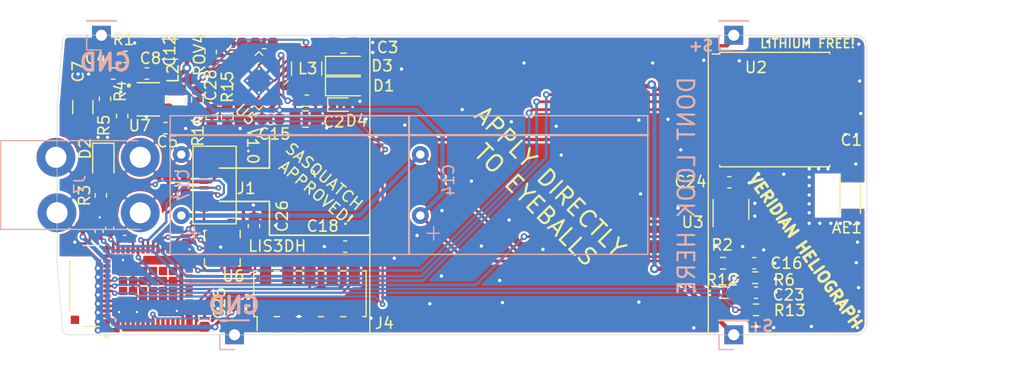
<source format=kicad_pcb>
(kicad_pcb (version 20171130) (host pcbnew "(5.1.12)-1")
  (layers (0 F.Cu signal) (31 B.Cu signal) (34 B.Paste user hide) (35 F.Paste user) (36 B.SilkS user hide) (37 F.SilkS user) (38 B.Mask user hide) (39 F.Mask user) (44 Edge.Cuts user))
  (net 0 "")
  (net 1 GND)
  (net 2 VBAT_SENSE)
  (net 3 VDD)
  (net 4 VSTOR)
  (net 5 GPS_EXINT)
  (net 6 "Net-(U2-Pad15)")
  (net 7 "Net-(U2-Pad13)")
  (net 8 "Net-(U2-Pad9)")
  (net 9 DISP_CS)
  (net 10 EXTCOMIN)
  (net 11 "Net-(U2-Pad18)")
  (net 12 "Net-(U2-Pad17)")
  (net 13 "Net-(U2-Pad16)")
  (net 14 "Net-(U2-Pad14)")
  (net 15 "Net-(U2-Pad4)")
  (net 16 GPS_UART_MOSI)
  (net 17 GPS_UART_MISO)
  (net 18 "Net-(D2-Pad2)")
  (net 19 LED)
  (net 20 "Net-(J4-Pad8)")
  (net 21 "Net-(J4-Pad7)")
  (net 22 "Net-(U3-Pad4)")
  (net 23 GPSEN)
  (net 24 /GPS_RF)
  (net 25 /GPSVCC)
  (net 26 "Net-(C4-Pad2)")
  (net 27 VBAT)
  (net 28 DISP_EN)
  (net 29 "Net-(R4-Pad1)")
  (net 30 "Net-(L2-Pad2)")
  (net 31 "Net-(U7-Pad5)")
  (net 32 "Net-(L2-Pad1)")
  (net 33 "Net-(C6-Pad1)")
  (net 34 "Net-(L3-Pad2)")
  (net 35 "Net-(ROV3-Pad1)")
  (net 36 "Net-(ROV4-Pad1)")
  (net 37 "Net-(U5-Pad17)")
  (net 38 "Net-(U5-Pad16)")
  (net 39 "Net-(U5-Pad14)")
  (net 40 "Net-(U5-Pad13)")
  (net 41 "Net-(U5-Pad12)")
  (net 42 "Net-(U5-Pad11)")
  (net 43 "Net-(U5-Pad10)")
  (net 44 "Net-(U5-Pad9)")
  (net 45 "Net-(U5-Pad6)")
  (net 46 SOLAR_SENSE1)
  (net 47 RESET)
  (net 48 "Net-(U4-Pad51)")
  (net 49 VBATMID)
  (net 50 VBATMID_SENSE)
  (net 51 /SWO)
  (net 52 /SWDCLK)
  (net 53 /SWDIO)
  (net 54 "Net-(U4-Pad85)")
  (net 55 "Net-(U4-Pad1)")
  (net 56 "Net-(U4-Pad2)")
  (net 57 "Net-(U4-Pad3)")
  (net 58 "Net-(U4-Pad7)")
  (net 59 "Net-(U4-Pad8)")
  (net 60 "Net-(U4-Pad9)")
  (net 61 "Net-(U4-Pad11)")
  (net 62 "Net-(U4-Pad12)")
  (net 63 "Net-(U4-Pad13)")
  (net 64 "Net-(U4-Pad14)")
  (net 65 "Net-(U4-Pad18)")
  (net 66 "Net-(U4-Pad20)")
  (net 67 "Net-(U4-Pad22)")
  (net 68 "Net-(U4-Pad23)")
  (net 69 "Net-(U4-Pad24)")
  (net 70 "Net-(U4-Pad27)")
  (net 71 "Net-(U4-Pad32)")
  (net 72 "Net-(U4-Pad36)")
  (net 73 "Net-(U4-Pad43)")
  (net 74 "Net-(U4-Pad44)")
  (net 75 "Net-(U4-Pad50)")
  (net 76 "Net-(U4-Pad52)")
  (net 77 "Net-(U4-Pad61)")
  (net 78 "Net-(U4-Pad62)")
  (net 79 "Net-(U4-Pad63)")
  (net 80 "Net-(U4-Pad64)")
  (net 81 "Net-(U4-Pad65)")
  (net 82 "Net-(U4-Pad66)")
  (net 83 "Net-(U4-Pad67)")
  (net 84 "Net-(U4-Pad69)")
  (net 85 "Net-(U4-Pad70)")
  (net 86 "Net-(U4-Pad71)")
  (net 87 "Net-(U4-Pad72)")
  (net 88 "Net-(U4-Pad76)")
  (net 89 "Net-(U4-Pad78)")
  (net 90 "Net-(U4-Pad79)")
  (net 91 "Net-(U4-Pad80)")
  (net 92 SPI_MOSI)
  (net 93 SPI_CLK)
  (net 94 SPI_MISO)
  (net 95 "Net-(U6-Pad16)")
  (net 96 "Net-(U6-Pad15)")
  (net 97 "Net-(U6-Pad13)")
  (net 98 LIS_INT)
  (net 99 "Net-(U6-Pad9)")
  (net 100 LIS_CS)
  (net 101 "Net-(U6-Pad3)")
  (net 102 "Net-(U6-Pad2)")
  (net 103 "Net-(U4-Pad49)")
  (net 104 "Net-(U4-Pad33)")
  (net 105 "Net-(U4-Pad35)")
  (net 106 SOLAR+)
  (net 107 "Net-(D1-Pad2)")
  (net 108 "Net-(D3-Pad2)")
  (net 109 "Net-(U4-Pad56)")
  (net 110 "Net-(U4-Pad75)")
  (module Capacitor_SMD:C_0402_1005Metric (layer F.Cu) (at 53.75 67.4 270)
    (fp_text reference C13 hide)
    (fp_text value 3.3pF)
    (pad 2 smd roundrect (at 0.48 0 270) (size 0.56 0.62) (layers F.Cu F.Paste F.Mask) (net 16 GPS_UART_MOSI))
    (pad 1 smd roundrect (at -0.48 0 270) (size 0.56 0.62) (layers F.Cu F.Paste F.Mask) (net 1 GND))
  )
  (module Capacitor_SMD:C_0402_1005Metric (layer F.Cu) (at 52.8 67.675 270)
    (fp_text reference C11 hide)
    (fp_text value 3.3pF)
    (pad 2 smd roundrect (at 0.48 0 270) (size 0.56 0.62) (layers F.Cu F.Paste F.Mask) (net 17 GPS_UART_MISO))
    (pad 1 smd roundrect (at -0.48 0 270) (size 0.56 0.62) (layers F.Cu F.Paste F.Mask) (net 1 GND))
  )
  (module Capacitor_SMD:C_0402_1005Metric (layer F.Cu) (at 55.1 68.4 180)
    (fp_text reference C10 hide)
    (fp_text value 3.3pF)
    (pad 2 smd roundrect (at 0.48 0 180) (size 0.56 0.62) (layers F.Cu F.Paste F.Mask) (net 19 LED))
    (pad 1 smd roundrect (at -0.48 0 180) (size 0.56 0.62) (layers F.Cu F.Paste F.Mask) (net 1 GND))
  )
  (module Capacitor_SMD:C_0402_1005Metric (layer F.Cu) (at 120.4 60.55 180)
    (fp_text reference C1 (at -0.2 1.1) (layer F.SilkS))
    (fp_text value 3.3pF)
    (pad 2 smd roundrect (at 0.485 0 180) (size 0.59 0.64) (layers F.Cu F.Paste F.Mask) (net 24 /GPS_RF))
    (pad 1 smd roundrect (at -0.485 0 180) (size 0.59 0.64) (layers F.Cu F.Paste F.Mask) (net 1 GND))
  )
  (module RF_Antenna:Pulse_W3011 (layer F.Cu) (at 120.5 64.45)
    (fp_text reference AE1 (at -0.3 2.9) (layer F.SilkS))
    (fp_text value Antenna_Shield)
    (pad 2 smd trapezoid (at 0 1.6 90) (size 0.8 1.6) (layers F.Cu F.Paste F.Mask) (net 1 GND))
    (pad 1 smd trapezoid (at -0.5 -1.6 90) (size 0.8 0.65) (layers F.Cu F.Paste F.Mask) (net 24 /GPS_RF))
    (pad 2 smd trapezoid (at 0.5 -1.6 90) (size 0.8 0.65) (layers F.Cu F.Paste F.Mask) (net 1 GND))
  )
  (module Inductor_SMD:L_1210_3225Metric (layer F.Cu) (at 71.5 53 270)
    (fp_text reference L3 (at 0 -0.1) (layer F.SilkS))
    (fp_text value 22uH)
    (pad 2 smd roundrect (at 1.4 0 270) (size 1.25 2.65) (layers F.Cu F.Paste F.Mask) (roundrect_rratio 0.2) (net 34 "Net-(L3-Pad2)"))
    (pad 1 smd roundrect (at -1.4 0 270) (size 1.25 2.65) (layers F.Cu F.Paste F.Mask) (roundrect_rratio 0.2) (net 106 SOLAR+))
  )
  (module Veridian-Library-KiCad:XCVR_STM32WB5MMGH6TR (layer F.Cu) (at 55.65 72.6 90)
    (fp_text reference U4 hide)
    (fp_text value STM32WB5MMGH6TR hide)
    (pad 85 smd rect (at -3.05 -5.035 90) (size 0.75 0.75) (layers F.Cu F.Paste F.Mask) (net 54 "Net-(U4-Pad85)"))
    (pad 86 smd rect (at 3.05 -5.035 90) (size 0.75 0.75) (layers F.Cu F.Paste F.Mask) (net 1 GND))
    (pad 1 smd rect (at -3.287 -2.187 90) (size 0.575 0.575) (layers F.Cu F.Paste) (net 55 "Net-(U4-Pad1)"))
    (pad 2 smd roundrect (at -3.25 -1.6 90) (size 0.65 0.3) (layers F.Cu F.Paste) (roundrect_rratio 0.07000000000000001) (net 56 "Net-(U4-Pad2)"))
    (pad 3 smd rect (at -3.25 -1.15 90) (size 0.65 0.3) (layers F.Cu F.Paste) (net 57 "Net-(U4-Pad3)"))
    (pad 4 smd rect (at -3.25 -0.7 90) (size 0.65 0.3) (layers F.Cu F.Paste) (net 3 VDD))
    (pad 5 smd rect (at -3.25 -0.25 90) (size 0.65 0.3) (layers F.Cu F.Paste) (net 1 GND))
    (pad 6 smd rect (at -3.25 0.2 90) (size 0.65 0.3) (layers F.Cu F.Paste) (net 3 VDD))
    (pad 7 smd rect (at -3.25 0.65 90) (size 0.65 0.3) (layers F.Cu F.Paste) (net 58 "Net-(U4-Pad7)"))
    (pad 8 smd rect (at -3.25 1.1 90) (size 0.65 0.3) (layers F.Cu F.Paste) (net 59 "Net-(U4-Pad8)"))
    (pad 9 smd rect (at -3.25 1.55 90) (size 0.65 0.3) (layers F.Cu F.Paste) (net 60 "Net-(U4-Pad9)"))
    (pad 10 smd rect (at -3.25 2 90) (size 0.65 0.3) (layers F.Cu F.Paste) (net 47 RESET))
    (pad 11 smd rect (at -3.25 2.45 90) (size 0.65 0.3) (layers F.Cu F.Paste) (net 61 "Net-(U4-Pad11)"))
    (pad 12 smd rect (at -3.25 2.9 90) (size 0.65 0.3) (layers F.Cu F.Paste) (net 62 "Net-(U4-Pad12)"))
    (pad 13 smd rect (at -3.25 3.35 90) (size 0.65 0.3) (layers F.Cu F.Paste) (net 63 "Net-(U4-Pad13)"))
    (pad 14 smd rect (at -3.25 3.8 90) (size 0.65 0.3) (layers F.Cu F.Paste) (net 64 "Net-(U4-Pad14)"))
    (pad 15 smd rect (at -3.25 4.25 90) (size 0.65 0.3) (layers F.Cu F.Paste) (net 3 VDD))
    (pad 16 smd roundrect (at -3.25 4.7 90) (size 0.65 0.3) (layers F.Cu F.Paste) (roundrect_rratio 0.07000000000000001) (net 1 GND))
    (pad 17 smd rect (at -3.287 5.287 90) (size 0.575 0.575) (layers F.Cu F.Paste) (net 3 VDD))
    (pad 18 smd roundrect (at -2.7 5.25 90) (size 0.3 0.65) (layers F.Cu F.Paste) (roundrect_rratio 0.07000000000000001) (net 65 "Net-(U4-Pad18)"))
    (pad 19 smd rect (at -2.25 5.25 90) (size 0.3 0.65) (layers F.Cu F.Paste) (net 1 GND))
    (pad 20 smd rect (at -1.8 5.25 90) (size 0.3 0.65) (layers F.Cu F.Paste) (net 66 "Net-(U4-Pad20)"))
    (pad 21 smd rect (at -1.35 5.25 90) (size 0.3 0.65) (layers F.Cu F.Paste) (net 51 /SWO))
    (pad 22 smd rect (at -0.9 5.25 90) (size 0.3 0.65) (layers F.Cu F.Paste) (net 67 "Net-(U4-Pad22)"))
    (pad 23 smd rect (at -0.45 5.25 90) (size 0.3 0.65) (layers F.Cu F.Paste) (net 68 "Net-(U4-Pad23)"))
    (pad 24 smd rect (at 0 5.25 90) (size 0.3 0.65) (layers F.Cu F.Paste) (net 69 "Net-(U4-Pad24)"))
    (pad 25 smd rect (at 0.45 5.25 90) (size 0.3 0.65) (layers F.Cu F.Paste) (net 53 /SWDIO))
    (pad 26 smd rect (at 0.9 5.25 90) (size 0.3 0.65) (layers F.Cu F.Paste) (net 52 /SWDCLK))
    (pad 27 smd rect (at 1.35 5.25 90) (size 0.3 0.65) (layers F.Cu F.Paste) (net 70 "Net-(U4-Pad27)"))
    (pad 28 smd rect (at 1.8 5.25 90) (size 0.3 0.65) (layers F.Cu F.Paste) (net 5 GPS_EXINT))
    (pad 29 smd rect (at 2.25 5.25 90) (size 0.3 0.65) (layers F.Cu F.Paste) (net 98 LIS_INT))
    (pad 30 smd roundrect (at 2.7 5.25 90) (size 0.3 0.65) (layers F.Cu F.Paste) (roundrect_rratio 0.07000000000000001) (net 100 LIS_CS))
    (pad 31 smd rect (at 3.287 5.287 90) (size 0.575 0.575) (layers F.Cu F.Paste) (net 1 GND))
    (pad 32 smd roundrect (at 3.25 4.7 90) (size 0.65 0.3) (layers F.Cu F.Paste) (roundrect_rratio 0.07000000000000001) (net 71 "Net-(U4-Pad32)"))
    (pad 33 smd rect (at 3.25 4.25 90) (size 0.65 0.3) (layers F.Cu F.Paste) (net 104 "Net-(U4-Pad33)"))
    (pad 34 smd rect (at 3.25 3.8 90) (size 0.65 0.3) (layers F.Cu F.Paste) (net 93 SPI_CLK))
    (pad 35 smd rect (at 3.25 3.35 90) (size 0.65 0.3) (layers F.Cu F.Paste) (net 105 "Net-(U4-Pad35)"))
    (pad 36 smd rect (at 3.25 2.9 90) (size 0.65 0.3) (layers F.Cu F.Paste) (net 72 "Net-(U4-Pad36)"))
    (pad 37 smd rect (at 3.25 2.45 90) (size 0.65 0.3) (layers F.Cu F.Paste) (net 94 SPI_MISO))
    (pad 38 smd rect (at 3.25 2 90) (size 0.65 0.3) (layers F.Cu F.Paste) (net 92 SPI_MOSI))
    (pad 39 smd rect (at 3.25 1.55 90) (size 0.65 0.3) (layers F.Cu F.Paste) (net 9 DISP_CS))
    (pad 40 smd rect (at 3.25 1.1 90) (size 0.65 0.3) (layers F.Cu F.Paste) (net 28 DISP_EN))
    (pad 41 smd rect (at 3.25 0.65 90) (size 0.65 0.3) (layers F.Cu F.Paste) (net 23 GPSEN))
    (pad 42 smd rect (at 3.25 0.2 90) (size 0.65 0.3) (layers F.Cu F.Paste) (net 1 GND))
    (pad 43 smd rect (at 3.25 -0.25 90) (size 0.65 0.3) (layers F.Cu F.Paste) (net 73 "Net-(U4-Pad43)"))
    (pad 44 smd rect (at 3.25 -0.7 90) (size 0.65 0.3) (layers F.Cu F.Paste) (net 74 "Net-(U4-Pad44)"))
    (pad 45 smd rect (at 3.25 -1.15 90) (size 0.65 0.3) (layers F.Cu F.Paste) (net 19 LED))
    (pad 46 smd roundrect (at 3.25 -1.6 90) (size 0.65 0.3) (layers F.Cu F.Paste) (roundrect_rratio 0.07000000000000001) (net 16 GPS_UART_MOSI))
    (pad 47 smd rect (at 3.287 -2.187 90) (size 0.575 0.575) (layers F.Cu F.Paste) (net 17 GPS_UART_MISO))
    (pad 48 smd roundrect (at 2.7 -2.15 90) (size 0.3 0.65) (layers F.Cu F.Paste) (roundrect_rratio 0.07000000000000001) (net 10 EXTCOMIN))
    (pad 49 smd rect (at 2.25 -2.15 90) (size 0.3 0.65) (layers F.Cu F.Paste) (net 103 "Net-(U4-Pad49)"))
    (pad 50 smd rect (at 1.8 -2.15 90) (size 0.3 0.65) (layers F.Cu F.Paste) (net 75 "Net-(U4-Pad50)"))
    (pad 51 smd rect (at 1.35 -2.15 90) (size 0.3 0.65) (layers F.Cu F.Paste) (net 48 "Net-(U4-Pad51)"))
    (pad 52 smd rect (at 0.9 -2.15 90) (size 0.3 0.65) (layers F.Cu F.Paste) (net 76 "Net-(U4-Pad52)"))
    (pad 53 smd rect (at 0.45 -2.15 90) (size 0.3 0.65) (layers F.Cu F.Paste) (net 50 VBATMID_SENSE))
    (pad 54 smd rect (at 0 -2.15 90) (size 0.3 0.65) (layers F.Cu F.Paste) (net 2 VBAT_SENSE))
    (pad 55 smd rect (at -0.45 -2.15 90) (size 0.3 0.65) (layers F.Cu F.Paste) (net 46 SOLAR_SENSE1))
    (pad 56 smd rect (at -0.9 -2.15 90) (size 0.3 0.65) (layers F.Cu F.Paste) (net 109 "Net-(U4-Pad56)"))
    (pad 57 smd rect (at -1.35 -2.15 90) (size 0.3 0.65) (layers F.Cu F.Paste) (net 1 GND))
    (pad 58 smd rect (at -1.8 -2.15 90) (size 0.3 0.65) (layers F.Cu F.Paste) (net 1 GND))
    (pad 59 smd rect (at -2.25 -2.15 90) (size 0.3 0.65) (layers F.Cu F.Paste) (net 1 GND))
    (pad 60 smd roundrect (at -2.7 -2.15 90) (size 0.3 0.65) (layers F.Cu F.Paste) (roundrect_rratio 0.07000000000000001) (net 1 GND))
    (pad 61 smd rect (at -1.35 -0.7 90) (size 0.75 0.75) (layers F.Cu F.Paste) (net 77 "Net-(U4-Pad61)"))
    (pad 62 smd rect (at -1.35 0.2 90) (size 0.75 0.75) (layers F.Cu F.Paste) (net 78 "Net-(U4-Pad62)"))
    (pad 63 smd rect (at -1.35 1.1 90) (size 0.75 0.75) (layers F.Cu F.Paste) (net 79 "Net-(U4-Pad63)"))
    (pad 64 smd rect (at -1.35 2 90) (size 0.75 0.75) (layers F.Cu F.Paste) (net 80 "Net-(U4-Pad64)"))
    (pad 65 smd rect (at -1.35 2.9 90) (size 0.75 0.75) (layers F.Cu F.Paste) (net 81 "Net-(U4-Pad65)"))
    (pad 66 smd rect (at -1.35 3.8 90) (size 0.75 0.75) (layers F.Cu F.Paste) (net 82 "Net-(U4-Pad66)"))
    (pad 67 smd rect (at -0.45 3.8 90) (size 0.75 0.75) (layers F.Cu F.Paste) (net 83 "Net-(U4-Pad67)"))
    (pad 68 smd rect (at 0.45 3.8 90) (size 0.75 0.75) (layers F.Cu F.Paste) (net 1 GND))
    (pad 69 smd rect (at 1.35 3.8 90) (size 0.75 0.75) (layers F.Cu F.Paste) (net 84 "Net-(U4-Pad69)"))
    (pad 70 smd rect (at 1.35 2.9 90) (size 0.75 0.75) (layers F.Cu F.Paste) (net 85 "Net-(U4-Pad70)"))
    (pad 71 smd rect (at 1.35 2 90) (size 0.75 0.75) (layers F.Cu F.Paste) (net 86 "Net-(U4-Pad71)"))
    (pad 72 smd rect (at 1.35 1.1 90) (size 0.75 0.75) (layers F.Cu F.Paste) (net 87 "Net-(U4-Pad72)"))
    (pad 73 smd rect (at 1.35 0.2 90) (size 0.75 0.75) (layers F.Cu F.Paste) (net 1 GND))
    (pad 74 smd rect (at 1.35 -0.7 90) (size 0.75 0.75) (layers F.Cu F.Paste) (net 1 GND))
    (pad 75 smd rect (at 0.45 -0.7 90) (size 0.75 0.75) (layers F.Cu F.Paste) (net 110 "Net-(U4-Pad75)"))
    (pad 76 smd rect (at -0.45 -0.7 90) (size 0.75 0.75) (layers F.Cu F.Paste) (net 88 "Net-(U4-Pad76)"))
    (pad 77 smd rect (at -0.45 0.2 90) (size 0.75 0.75) (layers F.Cu F.Paste) (net 1 GND))
    (pad 78 smd rect (at -0.45 1.1 90) (size 0.75 0.75) (layers F.Cu F.Paste) (net 89 "Net-(U4-Pad78)"))
    (pad 79 smd rect (at -0.45 2 90) (size 0.75 0.75) (layers F.Cu F.Paste) (net 90 "Net-(U4-Pad79)"))
    (pad 80 smd rect (at -0.45 2.9 90) (size 0.75 0.75) (layers F.Cu F.Paste) (net 91 "Net-(U4-Pad80)"))
    (pad 81 smd rect (at 0.45 2.9 90) (size 0.75 0.75) (layers F.Cu F.Paste) (net 1 GND))
    (pad 82 smd rect (at 0.45 2 90) (size 0.75 0.75) (layers F.Cu F.Paste) (net 1 GND))
    (pad 83 smd rect (at 0.45 1.1 90) (size 0.75 0.75) (layers F.Cu F.Paste) (net 1 GND))
    (pad 84 smd rect (at 0.45 0.2 90) (size 0.75 0.75) (layers F.Cu F.Paste) (net 1 GND))
  )
  (module Diode_SMD:D_SOD-323_HandSoldering (layer F.Cu) (at 75.1 52.75)
    (fp_text reference D3 (at 3.2 0 180) (layer F.SilkS))
    (fp_text value Schottky)
    (pad 2 smd rect (at 1.25 0) (size 1 1) (layers F.Cu F.Paste F.Mask) (net 108 "Net-(D3-Pad2)"))
    (pad 1 smd rect (at -1.25 0) (size 1 1) (layers F.Cu F.Paste F.Mask) (net 106 SOLAR+))
  )
  (module Diode_SMD:D_SOD-323_HandSoldering (layer F.Cu) (at 75.1 54.6)
    (fp_text reference D1 (at 3.35 -0.05 180) (layer F.SilkS))
    (fp_text value Schottky)
    (pad 2 smd rect (at 1.25 0) (size 1 1) (layers F.Cu F.Paste F.Mask) (net 107 "Net-(D1-Pad2)"))
    (pad 1 smd rect (at -1.25 0) (size 1 1) (layers F.Cu F.Paste F.Mask) (net 106 SOLAR+))
  )
  (module Connector_PinHeader_2.00mm:PinHeader_2x05_P2.00mm_Vertical_SMD (layer F.Cu) (at 71.8 73.3 90)
    (fp_text reference J4 (at -2.66 6.7 180) (layer F.SilkS))
    (fp_text value Conn_02x05_Odd_Even)
    (pad 10 smd rect (at 2.085 4 90) (size 2.58 1) (layers F.Cu F.Paste F.Mask) (net 47 RESET))
    (pad 9 smd rect (at -2.085 4 90) (size 2.58 1) (layers F.Cu F.Paste F.Mask) (net 1 GND))
    (pad 8 smd rect (at 2.085 2 90) (size 2.58 1) (layers F.Cu F.Paste F.Mask) (net 20 "Net-(J4-Pad8)"))
    (pad 7 smd rect (at -2.085 2 90) (size 2.58 1) (layers F.Cu F.Paste F.Mask) (net 21 "Net-(J4-Pad7)"))
    (pad 6 smd rect (at 2.085 0 90) (size 2.58 1) (layers F.Cu F.Paste F.Mask) (net 51 /SWO))
    (pad 5 smd rect (at -2.085 0 90) (size 2.58 1) (layers F.Cu F.Paste F.Mask) (net 1 GND))
    (pad 4 smd rect (at 2.085 -2 90) (size 2.58 1) (layers F.Cu F.Paste F.Mask) (net 52 /SWDCLK))
    (pad 3 smd rect (at -2.085 -2 90) (size 2.58 1) (layers F.Cu F.Paste F.Mask) (net 1 GND))
    (pad 2 smd rect (at 2.085 -4 90) (size 2.58 1) (layers F.Cu F.Paste F.Mask) (net 53 /SWDIO))
    (pad 1 smd rect (at -2.085 -4 90) (size 2.58 1) (layers F.Cu F.Paste F.Mask) (net 3 VDD))
  )
  (module Veridian-Library-KiCad:SCCT20E106SRB (layer B.Cu) (at 81.75 63.5 90)
    (fp_text reference C14 (at 0.45 2.55 90) (layer B.SilkS) (effects (justify mirror)))
    (fp_text value 10F)
    (pad 2 thru_hole circle (at 2.75 0 90) (size 1.524 1.524) (drill 0.762) (layers *.Cu *.Mask) (net 49 VBATMID))
    (pad 1 thru_hole circle (at -2.75 0 90) (size 1.524 1.524) (drill 0.762) (layers *.Cu *.Mask) (net 27 VBAT))
  )
  (module Package_LGA:LGA-16_3x3mm_P0.5mm_LayoutBorder3x5y (layer F.Cu) (at 63.9 69.2 270)
    (fp_text reference U6 (at 2.5 -1 180) (layer F.SilkS))
    (fp_text value LIS3DH (at -0.2 -4.95) (layer F.SilkS))
    (pad 16 smd roundrect (at -0.5 -1.225 270) (size 0.35 0.55) (layers F.Cu F.Paste F.Mask) (net 95 "Net-(U6-Pad16)"))
    (pad 15 smd roundrect (at 0 -1.225 270) (size 0.35 0.55) (layers F.Cu F.Paste F.Mask) (net 96 "Net-(U6-Pad15)"))
    (pad 14 smd roundrect (at 0.5 -1.225 270) (size 0.35 0.55) (layers F.Cu F.Paste F.Mask) (net 3 VDD))
    (pad 13 smd roundrect (at 1.225 -1 270) (size 0.55 0.35) (layers F.Cu F.Paste F.Mask) (net 97 "Net-(U6-Pad13)"))
    (pad 12 smd roundrect (at 1.225 -0.5 270) (size 0.55 0.35) (layers F.Cu F.Paste F.Mask) (net 1 GND))
    (pad 11 smd roundrect (at 1.225 0 270) (size 0.55 0.35) (layers F.Cu F.Paste F.Mask) (net 98 LIS_INT))
    (pad 10 smd roundrect (at 1.225 0.5 270) (size 0.55 0.35) (layers F.Cu F.Paste F.Mask) (net 1 GND))
    (pad 9 smd roundrect (at 1.225 1 270) (size 0.55 0.35) (layers F.Cu F.Paste F.Mask) (net 99 "Net-(U6-Pad9)"))
    (pad 8 smd roundrect (at 0.5 1.225 270) (size 0.35 0.55) (layers F.Cu F.Paste F.Mask) (net 100 LIS_CS))
    (pad 7 smd roundrect (at 0 1.225 270) (size 0.35 0.55) (layers F.Cu F.Paste F.Mask) (net 94 SPI_MISO))
    (pad 6 smd roundrect (at -0.5 1.225 270) (size 0.35 0.55) (layers F.Cu F.Paste F.Mask) (net 92 SPI_MOSI))
    (pad 5 smd roundrect (at -1.225 1 270) (size 0.55 0.35) (layers F.Cu F.Paste F.Mask) (net 1 GND))
    (pad 4 smd roundrect (at -1.225 0.5 270) (size 0.55 0.35) (layers F.Cu F.Paste F.Mask) (net 93 SPI_CLK))
    (pad 3 smd roundrect (at -1.225 0 270) (size 0.55 0.35) (layers F.Cu F.Paste F.Mask) (net 101 "Net-(U6-Pad3)"))
    (pad 2 smd roundrect (at -1.225 -0.5 270) (size 0.55 0.35) (layers F.Cu F.Paste F.Mask) (net 102 "Net-(U6-Pad2)"))
    (pad 1 smd roundrect (at -1.225 -1 270) (size 0.55 0.35) (layers F.Cu F.Paste F.Mask) (net 3 VDD))
  )
  (module Capacitor_SMD:C_0603_1608Metric (layer F.Cu) (at 66.75 67.2 270)
    (fp_text reference C26 (at -0.9 -2.55 270) (layer F.SilkS))
    (fp_text value 1uF)
    (pad 2 smd roundrect (at 0.775 0 270) (size 0.9 0.95) (layers F.Cu F.Paste F.Mask) (net 3 VDD))
    (pad 1 smd roundrect (at -0.775 0 270) (size 0.9 0.95) (layers F.Cu F.Paste F.Mask) (net 1 GND))
  )
  (module RF_GPS:ublox_MAX (layer F.Cu) (at 113.7 56.7)
    (fp_text reference U2 (at -1.7 -3.8) (layer F.SilkS))
    (fp_text value MAX-M10Q)
    (pad 18 smd roundrect (at 4.75 -4.4) (size 1.8 0.7) (layers F.Cu F.Paste F.Mask) (net 11 "Net-(U2-Pad18)"))
    (pad 17 smd roundrect (at 4.75 -3.3) (size 1.8 0.8) (layers F.Cu F.Paste F.Mask) (net 12 "Net-(U2-Pad17)"))
    (pad 16 smd roundrect (at 4.75 -2.2) (size 1.8 0.8) (layers F.Cu F.Paste F.Mask) (net 13 "Net-(U2-Pad16)"))
    (pad 15 smd roundrect (at 4.75 -1.1) (size 1.8 0.8) (layers F.Cu F.Paste F.Mask) (net 6 "Net-(U2-Pad15)"))
    (pad 14 smd roundrect (at 4.75 0) (size 1.8 0.8) (layers F.Cu F.Paste F.Mask) (net 14 "Net-(U2-Pad14)"))
    (pad 13 smd roundrect (at 4.75 1.1) (size 1.8 0.8) (layers F.Cu F.Paste F.Mask) (net 7 "Net-(U2-Pad13)"))
    (pad 12 smd roundrect (at 4.75 2.2) (size 1.8 0.8) (layers F.Cu F.Paste F.Mask) (net 1 GND))
    (pad 11 smd roundrect (at 4.75 3.3) (size 1.8 0.8) (layers F.Cu F.Paste F.Mask) (net 24 /GPS_RF))
    (pad 10 smd roundrect (at 4.75 4.4) (size 1.8 0.7) (layers F.Cu F.Paste F.Mask) (net 1 GND))
    (pad 9 smd roundrect (at -4.75 4.4) (size 1.8 0.7) (layers F.Cu F.Paste F.Mask) (net 8 "Net-(U2-Pad9)"))
    (pad 8 smd roundrect (at -4.75 3.3) (size 1.8 0.8) (layers F.Cu F.Paste F.Mask) (net 25 /GPSVCC))
    (pad 7 smd roundrect (at -4.75 2.2) (size 1.8 0.8) (layers F.Cu F.Paste F.Mask) (net 25 /GPSVCC))
    (pad 6 smd roundrect (at -4.75 1.1) (size 1.8 0.8) (layers F.Cu F.Paste F.Mask) (net 3 VDD))
    (pad 5 smd roundrect (at -4.75 0) (size 1.8 0.8) (layers F.Cu F.Paste F.Mask) (net 5 GPS_EXINT))
    (pad 4 smd roundrect (at -4.75 -1.1) (size 1.8 0.8) (layers F.Cu F.Paste F.Mask) (net 15 "Net-(U2-Pad4)"))
    (pad 3 smd roundrect (at -4.75 -2.2) (size 1.8 0.8) (layers F.Cu F.Paste F.Mask) (net 16 GPS_UART_MOSI))
    (pad 2 smd roundrect (at -4.75 -3.3) (size 1.8 0.8) (layers F.Cu F.Paste F.Mask) (net 17 GPS_UART_MISO))
    (pad 1 smd roundrect (at -4.75 -4.4) (size 1.8 0.7) (layers F.Cu F.Paste F.Mask) (net 1 GND))
  )
  (module Capacitor_SMD:C_0603_1608Metric (layer F.Cu) (at 62.3 75.5 90)
    (fp_text reference C25 (at 1.35 1.35 -90) (layer F.SilkS))
    (fp_text value 1uF)
    (pad 2 smd roundrect (at 0.775 0 90) (size 0.9 0.95) (layers F.Cu F.Paste F.Mask) (net 1 GND))
    (pad 1 smd roundrect (at -0.775 0 90) (size 0.9 0.95) (layers F.Cu F.Paste F.Mask) (net 3 VDD))
  )
  (module "Veridian-Library-KiCad:Right Angle Screw Terminal M3M4" (layer B.Cu) (at 49 63.5 90)
    (fp_text reference J7 (at 0.05 2.05 -90) (layer B.SilkS) (effects (justify mirror)))
    (fp_text value Screw_Terminal_01x01)
    (pad 1 thru_hole circle (at 2.5 7.5 90) (size 3.5 3.5) (drill 1.9) (layers *.Cu *.Mask) (net 1 GND))
    (pad 1 thru_hole circle (at -2.5 7.5 90) (size 3.5 3.5) (drill 1.9) (layers *.Cu *.Mask) (net 1 GND))
    (pad 1 thru_hole circle (at 2.5 -0.1 90) (size 3.5 3.5) (drill 1.9) (layers *.Cu *.Mask) (net 1 GND))
    (pad 1 thru_hole circle (at -2.5 0 90) (size 3.5 3.5) (drill 1.9) (layers *.Cu *.Mask) (net 1 GND))
  )
  (module Veridian-Library-KiCad:SCCT20E106SRB (layer B.Cu) (at 60.2 63.5 90)
    (fp_text reference C17 (at 0 0.2 90) (layer B.SilkS) (effects (justify mirror)))
    (fp_text value 10F)
    (pad 2 thru_hole circle (at 2.75 0 90) (size 1.524 1.524) (drill 0.762) (layers *.Cu *.Mask) (net 1 GND))
    (pad 1 thru_hole circle (at -2.75 0 90) (size 1.524 1.524) (drill 0.762) (layers *.Cu *.Mask) (net 49 VBATMID))
  )
  (module Resistor_SMD:R_0603_1608Metric (layer F.Cu) (at 111.925 71.85 180)
    (fp_text reference R6 (at -2.625 -0.2 180) (layer F.SilkS))
    (fp_text value 1M)
    (pad 2 smd roundrect (at 0.825 0 180) (size 0.8 0.95) (layers F.Cu F.Paste F.Mask) (net 50 VBATMID_SENSE))
    (pad 1 smd roundrect (at -0.825 0 180) (size 0.8 0.95) (layers F.Cu F.Paste F.Mask) (net 1 GND))
  )
  (module Resistor_SMD:R_0603_1608Metric (layer F.Cu) (at 109.025 70.55 180)
    (fp_text reference R2 (at 0.075 1.65) (layer F.SilkS))
    (fp_text value 1M)
    (pad 2 smd roundrect (at 0.825 0 180) (size 0.8 0.95) (layers F.Cu F.Paste F.Mask) (net 49 VBATMID))
    (pad 1 smd roundrect (at -0.825 0 180) (size 0.8 0.95) (layers F.Cu F.Paste F.Mask) (net 50 VBATMID_SENSE))
  )
  (module Capacitor_SMD:C_0603_1608Metric (layer F.Cu) (at 111.85 70.55 180)
    (fp_text reference C16 (at -2.9 0 180) (layer F.SilkS))
    (fp_text value 10nF)
    (pad 2 smd roundrect (at 0.775 0 180) (size 0.9 0.95) (layers F.Cu F.Paste F.Mask) (net 50 VBATMID_SENSE))
    (pad 1 smd roundrect (at -0.775 0 180) (size 0.9 0.95) (layers F.Cu F.Paste F.Mask) (net 1 GND))
  )
  (module Capacitor_SMD:C_0805_2012Metric (layer F.Cu) (at 71.4 57.55 180)
    (fp_text reference C2 (at -2.55 -0.25) (layer F.SilkS))
    (fp_text value 4.7uF)
    (pad 2 smd roundrect (at 0.95 0 180) (size 1 1.45) (layers F.Cu F.Paste F.Mask) (net 4 VSTOR))
    (pad 1 smd roundrect (at -0.95 0 180) (size 1 1.45) (layers F.Cu F.Paste F.Mask) (net 1 GND))
  )
  (module Diode_SMD:D_SOD-523 (layer F.Cu) (at 74.55 56.25)
    (fp_text reference D4 (at 1.45 1.45 180) (layer F.SilkS))
    (fp_text value 5.1V)
    (pad 1 smd rect (at -0.7 0 180) (size 0.6 0.7) (layers F.Cu F.Paste F.Mask) (net 106 SOLAR+))
    (pad 2 smd rect (at 0.7 0 180) (size 0.6 0.7) (layers F.Cu F.Paste F.Mask) (net 1 GND))
  )
  (module Package_DFN_QFN:QFN-20-1EP_3.5x3.5mm_P0.5mm_EP2x2mm_ThermalVias (layer F.Cu) (at 67.2 54.1 225)
    (fp_text reference U5 (at 3.005204 -1.308148 135) (layer F.SilkS))
    (fp_text value BQ25505)
    (pad 21 smd rect (at 0 0 225) (size 2 2) (layers B.Cu) (net 1 GND))
    (pad 21 thru_hole circle (at 0.75 0.75 225) (size 0.5 0.5) (drill 0.2) (layers *.Cu) (net 1 GND))
    (pad 21 thru_hole circle (at -0.75 0.75 225) (size 0.5 0.5) (drill 0.2) (layers *.Cu) (net 1 GND))
    (pad 21 thru_hole circle (at 0.75 -0.75 225) (size 0.5 0.5) (drill 0.2) (layers *.Cu) (net 1 GND))
    (pad 21 thru_hole circle (at -0.75 -0.75 225) (size 0.5 0.5) (drill 0.2) (layers *.Cu) (net 1 GND))
    (pad 21 smd rect (at 0 0 225) (size 2 2) (layers F.Cu F.Mask) (net 1 GND))
    (pad 20 smd roundrect (at -1 -1.6875 225) (size 0.25 0.875) (layers F.Cu F.Paste F.Mask) (net 34 "Net-(L3-Pad2)"))
    (pad 19 smd roundrect (at -0.5 -1.6875 225) (size 0.25 0.875) (layers F.Cu F.Paste F.Mask) (net 4 VSTOR))
    (pad 18 smd roundrect (at 0 -1.6875 225) (size 0.25 0.875) (layers F.Cu F.Paste F.Mask) (net 27 VBAT))
    (pad 17 smd roundrect (at 0.5 -1.6875 225) (size 0.25 0.875) (layers F.Cu F.Paste F.Mask) (net 37 "Net-(U5-Pad17)"))
    (pad 16 smd roundrect (at 1 -1.6875 225) (size 0.25 0.875) (layers F.Cu F.Paste F.Mask) (net 38 "Net-(U5-Pad16)"))
    (pad 15 smd roundrect (at 1.6875 -1 225) (size 0.875 0.25) (layers F.Cu F.Paste F.Mask) (net 1 GND))
    (pad 14 smd roundrect (at 1.6875 -0.5 225) (size 0.875 0.25) (layers F.Cu F.Paste F.Mask) (net 39 "Net-(U5-Pad14)"))
    (pad 13 smd roundrect (at 1.6875 0 225) (size 0.875 0.25) (layers F.Cu F.Paste F.Mask) (net 40 "Net-(U5-Pad13)"))
    (pad 12 smd roundrect (at 1.6875 0.5 225) (size 0.875 0.25) (layers F.Cu F.Paste F.Mask) (net 41 "Net-(U5-Pad12)"))
    (pad 11 smd roundrect (at 1.6875 1 225) (size 0.875 0.25) (layers F.Cu F.Paste F.Mask) (net 42 "Net-(U5-Pad11)"))
    (pad 10 smd roundrect (at 1 1.6875 225) (size 0.25 0.875) (layers F.Cu F.Paste F.Mask) (net 43 "Net-(U5-Pad10)"))
    (pad 9 smd roundrect (at 0.5 1.6875 225) (size 0.25 0.875) (layers F.Cu F.Paste F.Mask) (net 44 "Net-(U5-Pad9)"))
    (pad 8 smd roundrect (at 0 1.6875 225) (size 0.25 0.875) (layers F.Cu F.Paste F.Mask) (net 36 "Net-(ROV4-Pad1)"))
    (pad 7 smd roundrect (at -0.5 1.6875 225) (size 0.25 0.875) (layers F.Cu F.Paste F.Mask) (net 35 "Net-(ROV3-Pad1)"))
    (pad 6 smd roundrect (at -1 1.6875 225) (size 0.25 0.875) (layers F.Cu F.Paste F.Mask) (net 45 "Net-(U5-Pad6)"))
    (pad 5 smd roundrect (at -1.6875 1 225) (size 0.875 0.25) (layers F.Cu F.Paste F.Mask) (net 1 GND))
    (pad 4 smd roundrect (at -1.6875 0.5 225) (size 0.875 0.25) (layers F.Cu F.Paste F.Mask) (net 33 "Net-(C6-Pad1)"))
    (pad 3 smd roundrect (at -1.6875 0 225) (size 0.875 0.25) (layers F.Cu F.Paste F.Mask) (net 4 VSTOR))
    (pad 2 smd roundrect (at -1.6875 -0.5 225) (size 0.875 0.25) (layers F.Cu F.Paste F.Mask) (net 106 SOLAR+))
    (pad 1 smd roundrect (at -1.6875 -1 225) (size 0.875 0.25) (layers F.Cu F.Paste F.Mask) (net 1 GND))
  )
  (module Resistor_SMD:R_0603_1608Metric (layer F.Cu) (at 62.85 51.5 90)
    (fp_text reference ROV4 (at -0.25 -1 270) (layer F.SilkS))
    (fp_text value 8.66M)
    (pad 2 smd roundrect (at 0.7875 0 90) (size 0.875 0.95) (layers F.Cu F.Paste F.Mask) (net 35 "Net-(ROV3-Pad1)"))
    (pad 1 smd roundrect (at -0.7875 0 90) (size 0.875 0.95) (layers F.Cu F.Paste F.Mask) (net 36 "Net-(ROV4-Pad1)"))
  )
  (module Resistor_SMD:R_0603_1608Metric (layer F.Cu) (at 64.8875 50.7)
    (fp_text reference ROV3 hide)
    (fp_text value 4.30M)
    (pad 2 smd roundrect (at 0.7875 0) (size 0.875 0.95) (layers F.Cu F.Paste F.Mask) (net 1 GND))
    (pad 1 smd roundrect (at -0.7875 0) (size 0.875 0.95) (layers F.Cu F.Paste F.Mask) (net 35 "Net-(ROV3-Pad1)"))
  )
  (module Capacitor_SMD:C_0603_1608Metric (layer F.Cu) (at 71.5125 55.9 180)
    (fp_text reference C19 hide)
    (fp_text value 10nF)
    (pad 2 smd roundrect (at 0.7875 0 180) (size 0.875 0.95) (layers F.Cu F.Paste F.Mask) (net 4 VSTOR))
    (pad 1 smd roundrect (at -0.7875 0 180) (size 0.875 0.95) (layers F.Cu F.Paste F.Mask) (net 1 GND))
  )
  (module Capacitor_SMD:C_0603_1608Metric (layer F.Cu) (at 68.2625 57.55)
    (fp_text reference C15 (at 0.3375 1.35 180) (layer F.SilkS))
    (fp_text value 10nF)
    (pad 2 smd roundrect (at 0.7875 0) (size 0.875 0.95) (layers F.Cu F.Paste F.Mask) (net 27 VBAT))
    (pad 1 smd roundrect (at -0.7875 0) (size 0.875 0.95) (layers F.Cu F.Paste F.Mask) (net 1 GND))
  )
  (module Capacitor_SMD:C_0603_1608Metric (layer F.Cu) (at 67.6625 50.7 180)
    (fp_text reference C6 hide)
    (fp_text value 10nF)
    (pad 2 smd roundrect (at 0.7875 0 180) (size 0.875 0.95) (layers F.Cu F.Paste F.Mask) (net 1 GND))
    (pad 1 smd roundrect (at -0.7875 0 180) (size 0.875 0.95) (layers F.Cu F.Paste F.Mask) (net 33 "Net-(C6-Pad1)"))
  )
  (module Capacitor_SMD:C_0805_2012Metric (layer F.Cu) (at 74.8125 50.9)
    (fp_text reference C3 (at 3.9875 0.2 180) (layer F.SilkS))
    (fp_text value 4.7uF)
    (pad 2 smd roundrect (at 0.9375 0) (size 0.975 1.4) (layers F.Cu F.Paste F.Mask) (net 1 GND))
    (pad 1 smd roundrect (at -0.9375 0) (size 0.975 1.4) (layers F.Cu F.Paste F.Mask) (net 106 SOLAR+))
  )
  (module Capacitor_SMD:C_0603_1608Metric (layer F.Cu) (at 59.8 62.76)
    (fp_text reference C9 hide)
    (fp_text value 1uF)
    (pad 2 smd roundrect (at 0.7875 0) (size 0.875 0.95) (layers F.Cu F.Paste F.Mask) (net 3 VDD))
    (pad 1 smd roundrect (at -0.7875 0) (size 0.875 0.95) (layers F.Cu F.Paste F.Mask) (net 1 GND))
  )
  (module Inductor_SMD:L_0806_2016Metric (layer F.Cu) (at 59.725 55.875 270)
    (fp_text reference L2 (at -2.425 0.275 270) (layer F.SilkS))
    (fp_text value 0.47uH)
    (pad 2 smd roundrect (at 0.9375 0 270) (size 0.975 1.8) (layers F.Cu F.Paste F.Mask) (net 30 "Net-(L2-Pad2)"))
    (pad 1 smd roundrect (at -0.9375 0 270) (size 0.975 1.8) (layers F.Cu F.Paste F.Mask) (net 32 "Net-(L2-Pad1)"))
  )
  (module Margo_Lib:VREG_TPS63802DLAR (layer F.Cu) (at 57.225 55.775)
    (fp_text reference U7 (at -0.775 2.375) (layer F.SilkS))
    (fp_text value TPS63802)
    (pad 1 smd roundrect (at -0.9 -1) (size 0.6 0.25) (layers F.Cu F.Paste) (roundrect_rratio 0.05) (net 26 "Net-(C4-Pad2)"))
    (pad 2 smd roundrect (at -0.9 -0.5) (size 0.6 0.25) (layers F.Cu F.Paste) (roundrect_rratio 0.05) (net 1 GND))
    (pad 3 smd roundrect (at -0.9 0) (size 0.6 0.25) (layers F.Cu F.Paste) (roundrect_rratio 0.05) (net 1 GND))
    (pad 4 smd roundrect (at -0.9 0.5) (size 0.6 0.25) (layers F.Cu F.Paste) (roundrect_rratio 0.05) (net 29 "Net-(R4-Pad1)"))
    (pad 6 smd roundrect (at 0.75 1) (size 0.9 0.25) (layers F.Cu F.Paste) (roundrect_rratio 0.05) (net 3 VDD))
    (pad 7 smd roundrect (at 0.75 0.5) (size 0.9 0.25) (layers F.Cu F.Paste) (roundrect_rratio 0.05) (net 30 "Net-(L2-Pad2)"))
    (pad 8 smd roundrect (at 0.55 0) (size 1.3 0.25) (layers F.Cu) (roundrect_rratio 0.05) (net 1 GND))
    (pad 5 smd roundrect (at -0.9 1) (size 0.6 0.25) (layers F.Cu F.Paste) (roundrect_rratio 0.05) (net 31 "Net-(U7-Pad5)"))
    (pad 9 smd roundrect (at 0.75 -0.5) (size 0.9 0.25) (layers F.Cu F.Paste) (roundrect_rratio 0.05) (net 32 "Net-(L2-Pad1)"))
    (pad 10 smd roundrect (at 0.75 -1) (size 0.9 0.25) (layers F.Cu F.Paste) (roundrect_rratio 0.05) (net 27 VBAT))
  )
  (module Resistor_SMD:R_0603_1608Metric (layer F.Cu) (at 53.325 55.725 270)
    (fp_text reference R5 (at 2.4 0.1 270) (layer F.SilkS))
    (fp_text value 91k)
    (pad 2 smd roundrect (at 0.7875 0 270) (size 0.875 0.95) (layers F.Cu F.Paste F.Mask) (net 29 "Net-(R4-Pad1)"))
    (pad 1 smd roundrect (at -0.7875 0 270) (size 0.875 0.95) (layers F.Cu F.Paste F.Mask) (net 1 GND))
  )
  (module Resistor_SMD:R_0603_1608Metric (layer F.Cu) (at 54.875 57.2875 270)
    (fp_text reference R4 (at -2.2375 0.175 270) (layer F.SilkS))
    (fp_text value 412k)
    (pad 2 smd roundrect (at 0.7875 0 270) (size 0.875 0.95) (layers F.Cu F.Paste F.Mask) (net 3 VDD))
    (pad 1 smd roundrect (at -0.7875 0 270) (size 0.875 0.95) (layers F.Cu F.Paste F.Mask) (net 29 "Net-(R4-Pad1)"))
  )
  (module Resistor_SMD:R_0603_1608Metric (layer F.Cu) (at 55.1625 51.95)
    (fp_text reference R1 (at -0.175 -1.575) (layer F.SilkS))
    (fp_text value 1M)
    (pad 2 smd roundrect (at 0.7875 0) (size 0.875 0.95) (layers F.Cu F.Paste F.Mask) (net 27 VBAT))
    (pad 1 smd roundrect (at -0.7875 0) (size 0.875 0.95) (layers F.Cu F.Paste F.Mask) (net 26 "Net-(C4-Pad2)"))
  )
  (module Capacitor_SMD:C_0603_1608Metric (layer F.Cu) (at 57.1 53.45)
    (fp_text reference C8 (at 0.325 -1.375) (layer F.SilkS))
    (fp_text value 1uF)
    (pad 2 smd roundrect (at 0.7875 0) (size 0.875 0.95) (layers F.Cu F.Paste F.Mask) (net 27 VBAT))
    (pad 1 smd roundrect (at -0.7875 0) (size 0.875 0.95) (layers F.Cu F.Paste F.Mask) (net 1 GND))
  )
  (module Capacitor_SMD:C_1206_3216Metric (layer F.Cu) (at 51.325 56.475 270)
    (fp_text reference C7 (at -3.2 0.425 270) (layer F.SilkS))
    (fp_text value 100uF)
    (pad 2 smd roundrect (at 1.4 0 270) (size 1.25 1.75) (layers F.Cu F.Paste F.Mask) (roundrect_rratio 0.2) (net 3 VDD))
    (pad 1 smd roundrect (at -1.4 0 270) (size 1.25 1.75) (layers F.Cu F.Paste F.Mask) (roundrect_rratio 0.2) (net 1 GND))
  )
  (module Capacitor_SMD:C_0603_1608Metric (layer F.Cu) (at 58.775 58.375 180)
    (fp_text reference C5 (at -0.175 -1.225) (layer F.SilkS))
    (fp_text value 10nF)
    (pad 2 smd roundrect (at 0.7875 0 180) (size 0.875 0.95) (layers F.Cu F.Paste F.Mask) (net 3 VDD))
    (pad 1 smd roundrect (at -0.7875 0 180) (size 0.875 0.95) (layers F.Cu F.Paste F.Mask) (net 1 GND))
  )
  (module Capacitor_SMD:C_0603_1608Metric (layer F.Cu) (at 54.0625 53.45)
    (fp_text reference C4 (at -1.575 -1.375) (layer F.SilkS))
    (fp_text value 1uF)
    (pad 2 smd roundrect (at 0.7875 0) (size 0.875 0.95) (layers F.Cu F.Paste F.Mask) (net 26 "Net-(C4-Pad2)"))
    (pad 1 smd roundrect (at -0.7875 0) (size 0.875 0.95) (layers F.Cu F.Paste F.Mask) (net 1 GND))
  )
  (module Capacitor_SMD:C_0603_1608Metric (layer F.Cu) (at 59.7875 64.08)
    (fp_text reference C20 hide)
    (fp_text value 1uF)
    (pad 2 smd roundrect (at 0.7875 0) (size 0.875 0.95) (layers F.Cu F.Paste F.Mask) (net 28 DISP_EN))
    (pad 1 smd roundrect (at -0.7875 0) (size 0.875 0.95) (layers F.Cu F.Paste F.Mask) (net 1 GND))
  )
  (module Connector_PinHeader_2.54mm:PinHeader_1x01_P2.54mm_Vertical (layer B.Cu) (at 65 77)
    (fp_text reference J6 hide)
    (fp_text value GND)
    (pad 1 thru_hole rect (at 0 0) (size 1.7 1.7) (drill 1) (layers *.Cu *.Mask) (net 1 GND))
  )
  (module Connector_PinHeader_2.54mm:PinHeader_1x01_P2.54mm_Vertical (layer B.Cu) (at 110 77)
    (fp_text reference J5 hide)
    (fp_text value Solar2+)
    (pad 1 thru_hole rect (at 0 0) (size 1.7 1.7) (drill 1) (layers *.Cu *.Mask) (net 107 "Net-(D1-Pad2)"))
  )
  (module Connector_PinHeader_2.54mm:PinHeader_1x01_P2.54mm_Vertical (layer B.Cu) (at 53 50)
    (fp_text reference J3 hide)
    (fp_text value GND)
    (pad 1 thru_hole rect (at 0 0) (size 1.7 1.7) (drill 1) (layers *.Cu *.Mask) (net 1 GND))
  )
  (module Connector_PinHeader_2.54mm:PinHeader_1x01_P2.54mm_Vertical (layer B.Cu) (at 110 50)
    (fp_text reference J2 hide)
    (fp_text value Solar1+)
    (pad 1 thru_hole rect (at 0 0) (size 1.7 1.7) (drill 1) (layers *.Cu *.Mask) (net 108 "Net-(D3-Pad2)"))
  )
  (module Package_TO_SOT_SMD:SOT-23-5 (layer F.Cu) (at 109.75 65.7 90)
    (fp_text reference U3 (at -1.15 -3.45 180) (layer F.SilkS))
    (fp_text value MAX40200AUK)
    (pad 5 smd rect (at 1.1 -0.95 90) (size 1.06 0.65) (layers F.Cu F.Paste F.Mask) (net 25 /GPSVCC))
    (pad 4 smd rect (at 1.1 0.95 90) (size 1.06 0.65) (layers F.Cu F.Paste F.Mask) (net 22 "Net-(U3-Pad4)"))
    (pad 3 smd rect (at -1.1 0.95 90) (size 1.06 0.65) (layers F.Cu F.Paste F.Mask) (net 23 GPSEN))
    (pad 2 smd rect (at -1.1 0 90) (size 1.06 0.65) (layers F.Cu F.Paste F.Mask) (net 1 GND))
    (pad 1 smd rect (at -1.1 -0.95 90) (size 1.06 0.65) (layers F.Cu F.Paste F.Mask) (net 3 VDD))
  )
  (module Diode_SMD:D_0805_2012Metric (layer F.Cu) (at 53.175 61.4125 270)
    (fp_text reference D2 (at -1.1875 1.65 90) (layer F.SilkS))
    (fp_text value LED)
    (pad 2 smd roundrect (at 0.9375 0 270) (size 0.975 1.4) (layers F.Cu F.Paste F.Mask) (net 18 "Net-(D2-Pad2)"))
    (pad 1 smd roundrect (at -0.9375 0 270) (size 0.975 1.4) (layers F.Cu F.Paste F.Mask) (net 1 GND))
  )
  (module Resistor_SMD:R_0603_1608Metric (layer F.Cu) (at 52.95 64.4375 90)
    (fp_text reference R3 (at -0.0125 -1.475 90) (layer F.SilkS))
    (fp_text value 390)
    (pad 2 smd roundrect (at 0.7875 0 90) (size 0.875 0.95) (layers F.Cu F.Paste F.Mask) (net 18 "Net-(D2-Pad2)"))
    (pad 1 smd roundrect (at -0.7875 0 90) (size 0.875 0.95) (layers F.Cu F.Paste F.Mask) (net 19 LED))
  )
  (module Margo_Lib:AYF531035 (layer F.Cu) (at 62.25 63.5 90)
    (fp_text reference J1 (at -0.3 3.8) (layer F.SilkS))
    (fp_text value Conn_01x10_Female)
    (pad 0 smd rect (at 3.25 2.5 90) (size 0.4 0.8) (layers F.Cu F.Paste F.Mask))
    (pad 0 smd rect (at -3.25 2.5 90) (size 0.4 0.8) (layers F.Cu F.Paste F.Mask))
    (pad 10 smd rect (at 2.25 0 90) (size 0.3 0.8) (layers F.Cu F.Paste F.Mask) (net 1 GND))
    (pad 9 smd rect (at 1.75 0 90) (size 0.3 0.8) (layers F.Cu F.Paste F.Mask) (net 1 GND))
    (pad 8 smd rect (at 1.25 0 90) (size 0.3 0.8) (layers F.Cu F.Paste F.Mask) (net 3 VDD))
    (pad 7 smd rect (at 0.75 0 90) (size 0.3 0.8) (layers F.Cu F.Paste F.Mask) (net 3 VDD))
    (pad 6 smd rect (at 0.25 0 90) (size 0.3 0.8) (layers F.Cu F.Paste F.Mask) (net 3 VDD))
    (pad 5 smd rect (at -0.25 0 90) (size 0.3 0.8) (layers F.Cu F.Paste F.Mask) (net 28 DISP_EN))
    (pad 4 smd rect (at -0.75 0 90) (size 0.3 0.8) (layers F.Cu F.Paste F.Mask) (net 10 EXTCOMIN))
    (pad 3 smd rect (at -1.25 0 90) (size 0.3 0.8) (layers F.Cu F.Paste F.Mask) (net 9 DISP_CS))
    (pad 2 smd rect (at -1.75 0 90) (size 0.3 0.8) (layers F.Cu F.Paste F.Mask) (net 92 SPI_MOSI))
    (pad 1 smd rect (at -2.25 0 90) (size 0.3 0.8) (layers F.Cu F.Paste F.Mask) (net 93 SPI_CLK))
  )
  (module Resistor_SMD:R_0603_1608Metric (layer F.Cu) (at 64.35 57.375 90)
    (fp_text reference R15 (at 2.725 0 270) (layer F.SilkS))
    (fp_text value 1M)
    (pad 2 smd roundrect (at 0.825 0 90) (size 0.8 0.95) (layers F.Cu F.Paste F.Mask) (net 46 SOLAR_SENSE1))
    (pad 1 smd roundrect (at -0.825 0 90) (size 0.8 0.95) (layers F.Cu F.Paste F.Mask) (net 1 GND))
  )
  (module Resistor_SMD:R_0603_1608Metric (layer F.Cu) (at 61.65 55.8 90)
    (fp_text reference R14 (at -2.8 0.05 90) (layer F.SilkS))
    (fp_text value 1M)
    (pad 2 smd roundrect (at 0.825 0 90) (size 0.8 0.95) (layers F.Cu F.Paste F.Mask) (net 106 SOLAR+))
    (pad 1 smd roundrect (at -0.825 0 90) (size 0.8 0.95) (layers F.Cu F.Paste F.Mask) (net 46 SOLAR_SENSE1))
  )
  (module Resistor_SMD:R_0603_1608Metric (layer F.Cu) (at 112 74.75 180)
    (fp_text reference R13 (at -3.05 -0.05 180) (layer F.SilkS))
    (fp_text value 1M)
    (pad 2 smd roundrect (at 0.825 0 180) (size 0.8 0.95) (layers F.Cu F.Paste F.Mask) (net 2 VBAT_SENSE))
    (pad 1 smd roundrect (at -0.825 0 180) (size 0.8 0.95) (layers F.Cu F.Paste F.Mask) (net 1 GND))
  )
  (module Resistor_SMD:R_0603_1608Metric (layer F.Cu) (at 109.175 73.2 180)
    (fp_text reference R12 (at 0.225 1.15) (layer F.SilkS))
    (fp_text value 1M)
    (pad 2 smd roundrect (at 0.825 0 180) (size 0.8 0.95) (layers F.Cu F.Paste F.Mask) (net 27 VBAT))
    (pad 1 smd roundrect (at -0.825 0 180) (size 0.8 0.95) (layers F.Cu F.Paste F.Mask) (net 2 VBAT_SENSE))
  )
  (module Capacitor_SMD:C_0603_1608Metric (layer F.Cu) (at 62.95 57.425 90)
    (fp_text reference C28 (at 2.925 -0.1 270) (layer F.SilkS))
    (fp_text value 10nF)
    (pad 2 smd roundrect (at 0.775 0 90) (size 0.9 0.95) (layers F.Cu F.Paste F.Mask) (net 46 SOLAR_SENSE1))
    (pad 1 smd roundrect (at -0.775 0 90) (size 0.9 0.95) (layers F.Cu F.Paste F.Mask) (net 1 GND))
  )
  (module Capacitor_SMD:C_0603_1608Metric (layer F.Cu) (at 109.6 63.25)
    (fp_text reference C24 (at -3.5 -0.05 180) (layer F.SilkS))
    (fp_text value 1uF)
    (pad 2 smd roundrect (at 0.775 0) (size 0.9 0.95) (layers F.Cu F.Paste F.Mask) (net 1 GND))
    (pad 1 smd roundrect (at -0.775 0) (size 0.9 0.95) (layers F.Cu F.Paste F.Mask) (net 25 /GPSVCC))
  )
  (module Capacitor_SMD:C_0603_1608Metric (layer F.Cu) (at 112 73.2 180)
    (fp_text reference C23 (at -2.95 -0.2 180) (layer F.SilkS))
    (fp_text value 10nF)
    (pad 2 smd roundrect (at 0.775 0 180) (size 0.9 0.95) (layers F.Cu F.Paste F.Mask) (net 2 VBAT_SENSE))
    (pad 1 smd roundrect (at -0.775 0 180) (size 0.9 0.95) (layers F.Cu F.Paste F.Mask) (net 1 GND))
  )
  (module Capacitor_SMD:C_0603_1608Metric (layer F.Cu) (at 74.975 69.05 180)
    (fp_text reference C18 (at 2.025 1.85) (layer F.SilkS))
    (fp_text value 10nF)
    (pad 2 smd roundrect (at 0.775 0 180) (size 0.9 0.95) (layers F.Cu F.Paste F.Mask) (net 1 GND))
    (pad 1 smd roundrect (at -0.775 0 180) (size 0.9 0.95) (layers F.Cu F.Paste F.Mask) (net 47 RESET))
  )
  (module Capacitor_SMD:C_1206_3216Metric (layer F.Cu) (at 59.175 51.25)
    (fp_text reference C12 (at -0.025 0.15 90) (layer F.SilkS))
    (fp_text value 100uF)
    (pad 2 smd roundrect (at 1.475 0) (size 1.15 1.8) (layers F.Cu F.Paste F.Mask) (roundrect_rratio 0.2173904347826087) (net 27 VBAT))
    (pad 1 smd roundrect (at -1.475 0) (size 1.15 1.8) (layers F.Cu F.Paste F.Mask) (roundrect_rratio 0.2173904347826087) (net 1 GND))
  )
  (gr_text "APPLY DIRECTLY \nTO EYEBALLS" (at 93 64.45 -45) (layer F.SilkS) (effects (font (size 1.5 1.5) (thickness 0.2))))
  (gr_line (start 107.7 50) (end 107.7 77) (layer F.SilkS) (width 0.12))
  (gr_line (start 68.15 68.025) (end 77.2 68.025) (layer F.SilkS) (width 0.15))
  (gr_line (start 68.15 68.025) (end 68.15 65.025) (layer F.SilkS) (width 0.15))
  (gr_line (start 68.15 58.975) (end 77.2 58.975) (layer F.SilkS) (width 0.15))
  (gr_line (start 68.15 61.975) (end 68.15 58.975) (layer F.SilkS) (width 0.15))
  (gr_line (start 63.65 64.975) (end 68.15 64.975) (layer F.SilkS) (width 0.15))
  (gr_line (start 63.65 61.975) (end 68.15 61.975) (layer F.SilkS) (width 0.15))
  (gr_line (start 49.5 76.55) (end 49 70.5) (layer Edge.Cuts) (width 0.05))
  (gr_line (start 49 56.5) (end 49.502481 50.450248) (layer Edge.Cuts) (width 0.05))
  (gr_text V1.0 (at 66.65 60 270) (layer F.SilkS) (effects (font (size 1 1))))
  (gr_text S+ (at 112.45 76.2) (layer B.SilkS) (effects (font (size 1 1) (thickness 0.2)) (justify mirror)))
  (gr_text S+ (at 107.05 50.95) (layer B.SilkS) (effects (font (size 1 1) (thickness 0.2)) (justify mirror)))
  (gr_text "SASQUATCH \nAPPROVED!" (at 72.85 63.6 320) (layer F.SilkS) (effects (font (size 1 1))))
  (gr_text "LITHIUM FREE!" (at 116.65 50.75) (layer F.SilkS) (effects (font (size 0.8 0.8))))
  (gr_text "DONT LOOK HERE " (at 105.75 64.15 90) (layer B.SilkS) (effects (font (size 1.5 1.5) (thickness 0.2)) (justify mirror)))
  (gr_text "VERIDIAN HELIOGRAPH" (at 116.45 69.45 -55) (layer F.SilkS) (effects (font (size 1 1) (thickness 0.25))))
  (gr_text GND (at 53.35 52.45) (layer B.SilkS) (effects (font (size 1.5 1.5) (thickness 0.3)) (justify mirror)))
  (gr_text GND (at 64.95 74.35) (layer B.SilkS) (effects (font (size 1.5 1.5) (thickness 0.3)) (justify mirror)))
  (gr_line (start 77.2 50) (end 77.2 77) (layer F.SilkS) (width 0.12))
  (gr_arc (start 121 51) (end 122 51) (angle -90) (layer Edge.Cuts) (width 0.05))
  (gr_arc (start 121 76) (end 121 77) (angle -90) (layer Edge.Cuts) (width 0.05))
  (gr_arc (start 50 76.5) (end 49.5 76.55) (angle -84.28940686) (layer Edge.Cuts) (width 0.05))
  (gr_arc (start 50 50.5) (end 50 50) (angle -84.28940686) (layer Edge.Cuts) (width 0.05))
  (gr_line (start 49 56.5) (end 49 70.5) (layer Edge.Cuts) (width 0.05))
  (gr_line (start 121 77) (end 50 77) (layer Edge.Cuts) (width 0.05))
  (gr_line (start 122 51) (end 122 76) (layer Edge.Cuts) (width 0.05))
  (gr_line (start 50 50) (end 121 50) (layer Edge.Cuts) (width 0.05))
  (via (at 60.95 69.3) (size 0.5) (drill 0.2) (layers F.Cu B.Cu) (net 1))
  (via (at 121 61.6) (size 0.6) (drill 0.3) (layers F.Cu B.Cu) (net 1))
  (via (at 120.05 58.95) (size 0.6) (drill 0.3) (layers F.Cu B.Cu) (net 1))
  (via (at 121.05 58.95) (size 0.6) (drill 0.3) (layers F.Cu B.Cu) (net 1))
  (via (at 118.5 62.05) (size 0.6) (drill 0.3) (layers F.Cu B.Cu) (net 1))
  (via (at 117.65 62.05) (size 0.6) (drill 0.3) (layers F.Cu B.Cu) (net 1))
  (via (at 116.8 62.05) (size 0.6) (drill 0.3) (layers F.Cu B.Cu) (net 1))
  (via (at 116.8 62.8) (size 0.6) (drill 0.3) (layers F.Cu B.Cu) (net 1))
  (via (at 116.8 63.55) (size 0.6) (drill 0.3) (layers F.Cu B.Cu) (net 1))
  (via (at 116.8 64.4) (size 0.6) (drill 0.3) (layers F.Cu B.Cu) (net 1))
  (via (at 116.8 65.2) (size 0.6) (drill 0.3) (layers F.Cu B.Cu) (net 1))
  (via (at 116.8 66) (size 0.6) (drill 0.3) (layers F.Cu B.Cu) (net 1))
  (via (at 116.8 66.95) (size 0.6) (drill 0.3) (layers F.Cu B.Cu) (net 1))
  (via (at 117.75 66.95) (size 0.6) (drill 0.3) (layers F.Cu B.Cu) (net 1))
  (via (at 118.75 66.95) (size 0.6) (drill 0.3) (layers F.Cu B.Cu) (net 1))
  (via (at 119.6 66.95) (size 0.6) (drill 0.3) (layers F.Cu B.Cu) (net 1))
  (via (at 120.5 66.95) (size 0.6) (drill 0.3) (layers F.Cu B.Cu) (net 1))
  (via (at 121.25 66.95) (size 0.6) (drill 0.3) (layers F.Cu B.Cu) (net 1))
  (segment (start 68.614213 54.1) (end 68.26066 54.1) (width 0.2) (layer F.Cu) (net 1))
  (segment (start 69.100349 53.613864) (end 68.614213 54.1) (width 0.2) (layer F.Cu) (net 1))
  (segment (start 67.2 52.685787) (end 67.2 53.03934) (width 0.2) (layer F.Cu) (net 1))
  (segment (start 67.686136 52.199651) (end 67.2 52.685787) (width 0.2) (layer F.Cu) (net 1))
  (segment (start 67.2 55.514213) (end 67.2 54.1) (width 0.2) (layer F.Cu) (net 1))
  (segment (start 66.713864 56.000349) (end 67.2 55.514213) (width 0.2) (layer F.Cu) (net 1))
  (segment (start 65.675 50.7) (end 66.875 50.7) (width 0.2) (layer F.Cu) (net 1))
  (segment (start 67 50.825) (end 66.875 50.7) (width 0.2) (layer F.Cu) (net 1))
  (segment (start 67 51.513515) (end 67 50.825) (width 0.2) (layer F.Cu) (net 1))
  (segment (start 67.686136 52.199651) (end 67 51.513515) (width 0.2) (layer F.Cu) (net 1))
  (segment (start 53 51.45) (end 53 50.390001) (width 0.3) (layer F.Cu) (net 1))
  (via (at 63.75 69.1) (size 0.6) (drill 0.3) (layers F.Cu B.Cu) (net 1))
  (segment (start 64.4 69.75) (end 63.75 69.1) (width 0.2) (layer F.Cu) (net 1))
  (segment (start 64.4 70.425) (end 64.4 69.75) (width 0.2) (layer F.Cu) (net 1))
  (segment (start 63.4 69.45) (end 63.75 69.1) (width 0.2) (layer F.Cu) (net 1))
  (segment (start 63.4 70.425) (end 63.4 69.45) (width 0.2) (layer F.Cu) (net 1))
  (via (at 52.7 71) (size 0.6) (drill 0.3) (layers F.Cu B.Cu) (net 1))
  (via (at 52.7 71.8) (size 0.6) (drill 0.3) (layers F.Cu B.Cu) (net 1))
  (via (at 52.7 72.6) (size 0.6) (drill 0.3) (layers F.Cu B.Cu) (net 1))
  (via (at 52.7 73.4) (size 0.6) (drill 0.3) (layers F.Cu B.Cu) (net 1))
  (via (at 52.7 74.2) (size 0.6) (drill 0.3) (layers F.Cu B.Cu) (net 1))
  (via (at 52.7 75) (size 0.6) (drill 0.3) (layers F.Cu B.Cu) (net 1))
  (via (at 52.7 75.8) (size 0.6) (drill 0.3) (layers F.Cu B.Cu) (net 1))
  (via (at 52.7 76.6) (size 0.6) (drill 0.3) (layers F.Cu B.Cu) (net 1))
  (segment (start 62.175 74.85) (end 62.3 74.725) (width 0.2) (layer F.Cu) (net 1))
  (segment (start 60.9 74.85) (end 62.175 74.85) (width 0.2) (layer F.Cu) (net 1))
  (segment (start 60.33499 74.91501) (end 60.33499 75.83499) (width 0.2) (layer F.Cu) (net 1))
  (segment (start 60.4 74.85) (end 60.33499 74.91501) (width 0.2) (layer F.Cu) (net 1))
  (segment (start 60.33499 75.83499) (end 60.35 75.85) (width 0.2) (layer F.Cu) (net 1))
  (segment (start 60.9 74.85) (end 60.4 74.85) (width 0.2) (layer F.Cu) (net 1))
  (via (at 59.8 74.85) (size 0.5) (drill 0.2) (layers F.Cu B.Cu) (net 1))
  (via (at 62.25 67.65) (size 0.5) (drill 0.2) (layers F.Cu B.Cu) (net 1))
  (segment (start 62.575 67.975) (end 62.25 67.65) (width 0.2) (layer F.Cu) (net 1))
  (segment (start 62.9 67.975) (end 62.575 67.975) (width 0.2) (layer F.Cu) (net 1))
  (via (at 57.05 57.35) (size 0.6) (drill 0.3) (layers F.Cu B.Cu) (net 1))
  (segment (start 57.05 55.8) (end 57.075 55.775) (width 0.2) (layer F.Cu) (net 1))
  (segment (start 57.05 57.45) (end 57.05 55.8) (width 0.2) (layer F.Cu) (net 1))
  (segment (start 57.075 55.775) (end 57.775 55.775) (width 0.2) (layer F.Cu) (net 1))
  (segment (start 56.325 55.775) (end 57.075 55.775) (width 0.2) (layer F.Cu) (net 1))
  (segment (start 57.075 54.2125) (end 56.3125 53.45) (width 0.2) (layer F.Cu) (net 1))
  (segment (start 57.075 55.775) (end 57.075 54.2125) (width 0.2) (layer F.Cu) (net 1))
  (via (at 54.75 55.1) (size 0.6) (drill 0.3) (layers F.Cu B.Cu) (net 1))
  (segment (start 55.425 55.775) (end 54.75 55.1) (width 0.2) (layer F.Cu) (net 1))
  (segment (start 56.325 55.775) (end 55.425 55.775) (width 0.2) (layer F.Cu) (net 1))
  (via (at 52.7 59.2) (size 0.6) (drill 0.3) (layers F.Cu B.Cu) (net 1))
  (via (at 53.55 59.2) (size 0.6) (drill 0.3) (layers F.Cu B.Cu) (net 1))
  (via (at 50.6 68.65) (size 0.6) (drill 0.3) (layers F.Cu B.Cu) (net 1))
  (via (at 66.7 65.3) (size 0.6) (drill 0.3) (layers F.Cu B.Cu) (net 1))
  (via (at 68.7 67.15) (size 0.6) (drill 0.3) (layers F.Cu B.Cu) (net 1))
  (via (at 73.1 69.05) (size 0.6) (drill 0.3) (layers F.Cu B.Cu) (net 1))
  (via (at 63.5 74.65) (size 0.6) (drill 0.3) (layers F.Cu B.Cu) (net 1))
  (via (at 70.8 75.35) (size 0.6) (drill 0.3) (layers F.Cu B.Cu) (net 1))
  (via (at 66 74.65) (size 0.5) (drill 0.2) (layers F.Cu B.Cu) (net 1))
  (via (at 54.95 70.25) (size 0.5) (drill 0.2) (layers F.Cu B.Cu) (net 1))
  (via (at 51.85 53.5) (size 0.6) (drill 0.3) (layers F.Cu B.Cu) (net 1))
  (via (at 50.9 53.5) (size 0.6) (drill 0.3) (layers F.Cu B.Cu) (net 1))
  (via (at 56 50.7) (size 0.6) (drill 0.3) (layers F.Cu B.Cu) (net 1))
  (via (at 60.6 58.4) (size 0.6) (drill 0.3) (layers F.Cu B.Cu) (net 1))
  (via (at 65.5 58.4) (size 0.6) (drill 0.3) (layers F.Cu B.Cu) (net 1))
  (via (at 67.45 58.5) (size 0.6) (drill 0.3) (layers F.Cu B.Cu) (net 1))
  (via (at 73.3 58.35) (size 0.6) (drill 0.3) (layers F.Cu B.Cu) (net 1))
  (via (at 76.85 57.55) (size 0.6) (drill 0.3) (layers F.Cu B.Cu) (net 1))
  (via (at 76.3 55.95) (size 0.6) (drill 0.3) (layers F.Cu B.Cu) (net 1))
  (via (at 77.45 51.55) (size 0.6) (drill 0.3) (layers F.Cu B.Cu) (net 1))
  (via (at 77.45 50.65) (size 0.6) (drill 0.3) (layers F.Cu B.Cu) (net 1))
  (via (at 107.3 52.25) (size 0.6) (drill 0.3) (layers F.Cu B.Cu) (net 1))
  (via (at 110.5 52.3) (size 0.6) (drill 0.3) (layers F.Cu B.Cu) (net 1))
  (via (at 111.4 63.3) (size 0.6) (drill 0.3) (layers F.Cu B.Cu) (net 1))
  (via (at 111.9 66.3) (size 0.6) (drill 0.3) (layers F.Cu B.Cu) (net 1))
  (via (at 111.9 65.15) (size 0.6) (drill 0.3) (layers F.Cu B.Cu) (net 1))
  (via (at 112.7 69.35) (size 0.6) (drill 0.3) (layers F.Cu B.Cu) (net 1))
  (via (at 113.7 70.55) (size 0.6) (drill 0.3) (layers F.Cu B.Cu) (net 1))
  (via (at 113.75 71.95) (size 0.6) (drill 0.3) (layers F.Cu B.Cu) (net 1))
  (via (at 113.8 73.15) (size 0.6) (drill 0.3) (layers F.Cu B.Cu) (net 1))
  (via (at 121.15 68.65) (size 0.6) (drill 0.3) (layers F.Cu B.Cu) (net 1))
  (via (at 121.05 70.5) (size 0.6) (drill 0.3) (layers F.Cu B.Cu) (net 1))
  (via (at 121.25 72.75) (size 0.6) (drill 0.3) (layers F.Cu B.Cu) (net 1))
  (via (at 121.3 74.9) (size 0.6) (drill 0.3) (layers F.Cu B.Cu) (net 1))
  (via (at 121.15 76.35) (size 0.6) (drill 0.3) (layers F.Cu B.Cu) (net 1))
  (via (at 117 76.25) (size 0.6) (drill 0.3) (layers F.Cu B.Cu) (net 1))
  (via (at 113.6 76.35) (size 0.6) (drill 0.3) (layers F.Cu B.Cu) (net 1))
  (via (at 112.05 76.25) (size 0.6) (drill 0.3) (layers F.Cu B.Cu) (net 1))
  (via (at 110.8 69.05) (size 0.6) (drill 0.3) (layers F.Cu B.Cu) (net 1))
  (via (at 108.35 69.05) (size 0.6) (drill 0.3) (layers F.Cu B.Cu) (net 1))
  (via (at 77.3 75.5) (size 0.6) (drill 0.3) (layers F.Cu B.Cu) (net 1))
  (via (at 83.65 71.7) (size 0.6) (drill 0.3) (layers F.Cu B.Cu) (net 1))
  (via (at 88.9 72.1) (size 0.6) (drill 0.3) (layers F.Cu B.Cu) (net 1))
  (via (at 82.6 74.2) (size 0.6) (drill 0.3) (layers F.Cu B.Cu) (net 1))
  (via (at 89.15 74.1) (size 0.6) (drill 0.3) (layers F.Cu B.Cu) (net 1))
  (via (at 101.45 74.05) (size 0.6) (drill 0.3) (layers F.Cu B.Cu) (net 1))
  (via (at 79.4 70.1) (size 0.6) (drill 0.3) (layers F.Cu B.Cu) (net 1))
  (via (at 81.45 68.05) (size 0.6) (drill 0.3) (layers F.Cu B.Cu) (net 1))
  (via (at 83.7 65.8) (size 0.6) (drill 0.3) (layers F.Cu B.Cu) (net 1))
  (via (at 86.35 63.15) (size 0.6) (drill 0.3) (layers F.Cu B.Cu) (net 1))
  (via (at 89.75 66.65) (size 0.6) (drill 0.3) (layers F.Cu B.Cu) (net 1))
  (via (at 87.25 69) (size 0.6) (drill 0.3) (layers F.Cu B.Cu) (net 1))
  (via (at 92.8 69.3) (size 0.6) (drill 0.3) (layers F.Cu B.Cu) (net 1))
  (via (at 94 58.2) (size 0.6) (drill 0.3) (layers F.Cu B.Cu) (net 1))
  (via (at 89.95 57.8) (size 0.6) (drill 0.3) (layers F.Cu B.Cu) (net 1))
  (via (at 94.45 60.8) (size 0.6) (drill 0.3) (layers F.Cu B.Cu) (net 1))
  (via (at 80.35 58.1) (size 0.6) (drill 0.3) (layers F.Cu B.Cu) (net 1))
  (via (at 80.05 53.05) (size 0.6) (drill 0.3) (layers F.Cu B.Cu) (net 1))
  (segment (start 66 76) (end 65.26501 76.73499) (width 0.2) (layer B.Cu) (net 1))
  (segment (start 66 74.65) (end 66 76) (width 0.2) (layer B.Cu) (net 1))
  (via (at 54.6 74.95) (size 0.5) (drill 0.2) (layers F.Cu B.Cu) (net 1))
  (via (at 56.2 74.95) (size 0.5) (drill 0.2) (layers F.Cu B.Cu) (net 1))
  (segment (start 52.825 67.05) (end 53.745 67.05) (width 0.2) (layer F.Cu) (net 1))
  (segment (start 55.85 68.67) (end 55.58 68.4) (width 0.2) (layer F.Cu) (net 1))
  (segment (start 55.85 69.35) (end 55.85 68.67) (width 0.2) (layer F.Cu) (net 1))
  (via (at 52.85 66.425) (size 0.5) (drill 0.2) (layers F.Cu B.Cu) (net 1))
  (via (at 121.275 50.8) (size 0.6) (drill 0.3) (layers F.Cu B.Cu) (net 1))
  (via (at 121.35 54.125) (size 0.6) (drill 0.3) (layers F.Cu B.Cu) (net 1))
  (via (at 121.45 57.05) (size 0.6) (drill 0.3) (layers F.Cu B.Cu) (net 1))
  (via (at 116.7 50.625) (size 0.6) (drill 0.3) (layers F.Cu B.Cu) (net 1))
  (via (at 113.075 50.575) (size 0.6) (drill 0.3) (layers F.Cu B.Cu) (net 1))
  (via (at 112.25 62.525) (size 0.6) (drill 0.3) (layers F.Cu B.Cu) (net 1))
  (via (at 114.5 62.525) (size 0.6) (drill 0.3) (layers F.Cu B.Cu) (net 1))
  (via (at 105.225 60.325) (size 0.6) (drill 0.3) (layers F.Cu B.Cu) (net 1))
  (via (at 104.975 65.575) (size 0.6) (drill 0.3) (layers F.Cu B.Cu) (net 1))
  (via (at 106.4 76.375) (size 0.6) (drill 0.3) (layers F.Cu B.Cu) (net 1))
  (via (at 102.7 52.5) (size 0.6) (drill 0.3) (layers F.Cu B.Cu) (net 1))
  (via (at 91.1 52.5) (size 0.6) (drill 0.3) (layers F.Cu B.Cu) (net 1))
  (via (at 85.525 56.7) (size 0.6) (drill 0.3) (layers F.Cu B.Cu) (net 1))
  (via (at 101.6 64.3) (size 0.6) (drill 0.3) (layers F.Cu B.Cu) (net 1))
  (via (at 104.075 57.575) (size 0.6) (drill 0.3) (layers F.Cu B.Cu) (net 1))
  (via (at 101.45 57.65) (size 0.6) (drill 0.3) (layers F.Cu B.Cu) (net 1))
  (segment (start 111.225 74.7) (end 111.175 74.75) (width 0.2) (layer F.Cu) (net 2))
  (segment (start 111.225 73.2) (end 111.225 74.7) (width 0.2) (layer F.Cu) (net 2))
  (via (at 110.15 74.75) (size 0.6) (drill 0.3) (layers F.Cu B.Cu) (net 2))
  (segment (start 111.175 74.75) (end 110.15 74.75) (width 0.2) (layer F.Cu) (net 2))
  (via (at 54.184998 72.6) (size 0.5) (drill 0.2) (layers F.Cu B.Cu) (net 2))
  (segment (start 54.084998 72.6) (end 53.5 72.6) (width 0.2) (layer F.Cu) (net 2))
  (segment (start 54.184998 72.5) (end 54.084998 72.6) (width 0.2) (layer F.Cu) (net 2))
  (segment (start 110.15 73.2) (end 111.375 73.2) (width 0.2) (layer F.Cu) (net 2))
  (segment (start 111.375 74.475) (end 111.4 74.5) (width 0.2) (layer F.Cu) (net 2))
  (segment (start 56.25 72.5) (end 54.184998 72.5) (width 0.2) (layer B.Cu) (net 2))
  (segment (start 56.959989 73.209989) (end 56.25 72.5) (width 0.2) (layer B.Cu) (net 2))
  (segment (start 108.609989 73.209989) (end 56.959989 73.209989) (width 0.2) (layer B.Cu) (net 2))
  (segment (start 110.15 74.75) (end 108.609989 73.209989) (width 0.2) (layer B.Cu) (net 2))
  (segment (start 107.5 57.8) (end 108.95 57.8) (width 0.3) (layer F.Cu) (net 3))
  (segment (start 106.3 59) (end 107.5 57.8) (width 0.3) (layer F.Cu) (net 3))
  (segment (start 107.65 66.8) (end 106.3 65.45) (width 0.3) (layer F.Cu) (net 3))
  (segment (start 108.8 66.8) (end 107.65 66.8) (width 0.3) (layer F.Cu) (net 3))
  (segment (start 57.975 58.3625) (end 57.9875 58.375) (width 0.25) (layer F.Cu) (net 3))
  (segment (start 57.975 56.775) (end 57.975 58.3625) (width 0.25) (layer F.Cu) (net 3))
  (segment (start 57.6875 58.075) (end 57.9875 58.375) (width 0.3) (layer F.Cu) (net 3))
  (segment (start 54.875 58.075) (end 57.6875 58.075) (width 0.3) (layer F.Cu) (net 3))
  (segment (start 51.525 58.075) (end 51.325 57.875) (width 0.3) (layer F.Cu) (net 3))
  (segment (start 54.875 58.075) (end 51.525 58.075) (width 0.3) (layer F.Cu) (net 3))
  (segment (start 60.5975 62.75) (end 60.5875 62.76) (width 0.2) (layer F.Cu) (net 3))
  (segment (start 62.25 62.75) (end 60.5975 62.75) (width 0.2) (layer F.Cu) (net 3))
  (segment (start 61.0775 63.25) (end 60.5875 62.76) (width 0.2) (layer F.Cu) (net 3))
  (segment (start 62.25 63.25) (end 61.0775 63.25) (width 0.2) (layer F.Cu) (net 3))
  (segment (start 61.0975 62.25) (end 60.5875 62.76) (width 0.2) (layer F.Cu) (net 3))
  (segment (start 62.25 62.25) (end 61.0975 62.25) (width 0.2) (layer F.Cu) (net 3))
  (segment (start 64.925 68) (end 64.9 67.975) (width 0.2) (layer F.Cu) (net 3))
  (segment (start 66.725 68) (end 64.925 68) (width 0.2) (layer F.Cu) (net 3))
  (segment (start 66.75 67.975) (end 66.725 68) (width 0.2) (layer F.Cu) (net 3))
  (segment (start 66.75 68.6) (end 66.75 67.975) (width 0.2) (layer F.Cu) (net 3))
  (segment (start 65.71499 69.63501) (end 66.75 68.6) (width 0.2) (layer F.Cu) (net 3))
  (segment (start 65.18999 69.63501) (end 65.71499 69.63501) (width 0.2) (layer F.Cu) (net 3))
  (segment (start 65.125 69.7) (end 65.18999 69.63501) (width 0.2) (layer F.Cu) (net 3))
  (via (at 63.25 76.3) (size 0.6) (drill 0.3) (layers F.Cu B.Cu) (net 3))
  (segment (start 62.325 76.3) (end 62.3 76.275) (width 0.4) (layer F.Cu) (net 3))
  (segment (start 63.25 76.3) (end 62.325 76.3) (width 0.4) (layer F.Cu) (net 3))
  (segment (start 62.3 76.275) (end 62.039999 76.535001) (width 0.4) (layer F.Cu) (net 3))
  (segment (start 54.95 75.935001) (end 54.95 76.535001) (width 0.2) (layer F.Cu) (net 3))
  (segment (start 54.95 75.9) (end 54.985001 75.935001) (width 0.2) (layer F.Cu) (net 3))
  (segment (start 54.95 75.85) (end 54.95 75.9) (width 0.2) (layer F.Cu) (net 3))
  (segment (start 55.85 76.5) (end 55.885001 76.535001) (width 0.2) (layer F.Cu) (net 3))
  (segment (start 55.85 75.85) (end 55.85 76.5) (width 0.2) (layer F.Cu) (net 3))
  (segment (start 55.885001 76.535001) (end 54.985001 76.535001) (width 0.3) (layer F.Cu) (net 3))
  (segment (start 59.9 75.914999) (end 59.9 76.535001) (width 0.2) (layer F.Cu) (net 3))
  (segment (start 59.9 75.9) (end 59.914999 75.914999) (width 0.2) (layer F.Cu) (net 3))
  (segment (start 59.914999 76.535001) (end 55.885001 76.535001) (width 0.3) (layer F.Cu) (net 3))
  (segment (start 59.9 75.85) (end 59.9 75.9) (width 0.2) (layer F.Cu) (net 3))
  (segment (start 60.937 76.413) (end 60.814999 76.535001) (width 0.2) (layer F.Cu) (net 3))
  (segment (start 60.937 75.887) (end 60.937 76.413) (width 0.2) (layer F.Cu) (net 3))
  (segment (start 60.814999 76.535001) (end 59.914999 76.535001) (width 0.3) (layer F.Cu) (net 3))
  (segment (start 62.039999 76.535001) (end 60.814999 76.535001) (width 0.3) (layer F.Cu) (net 3))
  (segment (start 65.8 67.025) (end 66.75 67.975) (width 0.3) (layer F.Cu) (net 3))
  (segment (start 65.8 63.3) (end 65.8 67.025) (width 0.3) (layer F.Cu) (net 3))
  (segment (start 63.65 62.25) (end 64.2 61.7) (width 0.2) (layer F.Cu) (net 3))
  (segment (start 62.25 62.25) (end 63.65 62.25) (width 0.2) (layer F.Cu) (net 3))
  (segment (start 64.65 62.15) (end 65.8 63.3) (width 0.3) (layer F.Cu) (net 3))
  (segment (start 64.05 62.75) (end 64.65 62.15) (width 0.2) (layer F.Cu) (net 3))
  (segment (start 64.2 61.7) (end 64.65 62.15) (width 0.3) (layer F.Cu) (net 3))
  (segment (start 62.85 63.25) (end 63.35 62.75) (width 0.2) (layer F.Cu) (net 3))
  (segment (start 62.25 63.25) (end 62.85 63.25) (width 0.2) (layer F.Cu) (net 3))
  (segment (start 63.35 62.75) (end 64.05 62.75) (width 0.2) (layer F.Cu) (net 3))
  (segment (start 62.25 62.75) (end 63.35 62.75) (width 0.2) (layer F.Cu) (net 3))
  (segment (start 63.8 61.3) (end 64.2 61.7) (width 0.3) (layer F.Cu) (net 3))
  (segment (start 63.8 60.35) (end 63.8 61.3) (width 0.3) (layer F.Cu) (net 3))
  (segment (start 62.85 59.4) (end 63.8 60.35) (width 0.3) (layer F.Cu) (net 3))
  (segment (start 58.85 59.4) (end 62.85 59.4) (width 0.3) (layer F.Cu) (net 3))
  (segment (start 57.9875 58.5375) (end 58.85 59.4) (width 0.3) (layer F.Cu) (net 3))
  (segment (start 57.9875 58.375) (end 57.9875 58.5375) (width 0.3) (layer F.Cu) (net 3))
  (segment (start 67.585 75.6) (end 67.8 75.385) (width 0.3) (layer F.Cu) (net 3))
  (segment (start 63.8 75.6) (end 67.585 75.6) (width 0.3) (layer F.Cu) (net 3))
  (segment (start 63.3 76.1) (end 63.8 75.6) (width 0.3) (layer F.Cu) (net 3))
  (segment (start 63.3 76.25) (end 63.3 76.1) (width 0.3) (layer F.Cu) (net 3))
  (segment (start 63.25 76.3) (end 63.3 76.25) (width 0.3) (layer F.Cu) (net 3))
  (segment (start 106.3 59.9) (end 106.3 59) (width 0.3) (layer F.Cu) (net 3))
  (segment (start 106.3 65.45) (end 106.3 59.9) (width 0.3) (layer F.Cu) (net 3))
  (segment (start 102.4 66.8) (end 107.65 66.8) (width 0.3) (layer F.Cu) (net 3))
  (segment (start 95 59.4) (end 102.4 66.8) (width 0.3) (layer F.Cu) (net 3))
  (segment (start 62.85 59.4) (end 95 59.4) (width 0.3) (layer F.Cu) (net 3))
  (via (at 51.324989 68.174989) (size 0.6) (drill 0.3) (layers F.Cu B.Cu) (net 3))
  (segment (start 51.325 68.174978) (end 51.324989 68.174989) (width 0.4) (layer F.Cu) (net 3))
  (segment (start 51.325 57.875) (end 51.325 68.174978) (width 0.4) (layer F.Cu) (net 3))
  (segment (start 63.25 76.3) (end 54.45 76.3) (width 0.4) (layer B.Cu) (net 3))
  (segment (start 54.45 76.3) (end 53.55 75.4) (width 0.4) (layer B.Cu) (net 3))
  (segment (start 53.55 75.4) (end 53.55 70.4) (width 0.4) (layer B.Cu) (net 3))
  (segment (start 53.55 70.4) (end 51.324989 68.174989) (width 0.4) (layer B.Cu) (net 3))
  (segment (start 69.707107 55.9) (end 69.8 55.9) (width 0.2) (layer F.Cu) (net 4))
  (segment (start 68.746796 54.939689) (end 69.707107 55.9) (width 0.2) (layer F.Cu) (net 4))
  (segment (start 70.45 56.175) (end 70.725 55.9) (width 0.2) (layer F.Cu) (net 4))
  (segment (start 70.45 57.55) (end 70.45 56.175) (width 0.2) (layer F.Cu) (net 4))
  (segment (start 69.8 55.9) (end 70.725 55.9) (width 0.2) (layer F.Cu) (net 4))
  (via (at 69.8 55.9) (size 0.6) (drill 0.3) (layers F.Cu B.Cu) (net 4))
  (via (at 69.2 51.8) (size 0.6) (drill 0.3) (layers F.Cu B.Cu) (net 4))
  (segment (start 69.2 52.1) (end 69.2 51.8) (width 0.2) (layer F.Cu) (net 4))
  (segment (start 68.393243 52.906757) (end 69.2 52.1) (width 0.2) (layer F.Cu) (net 4))
  (segment (start 69.4 55.5) (end 69.8 55.9) (width 0.2) (layer B.Cu) (net 4))
  (segment (start 69.4 52) (end 69.4 55.5) (width 0.2) (layer B.Cu) (net 4))
  (segment (start 69.2 51.8) (end 69.4 52) (width 0.2) (layer B.Cu) (net 4))
  (via (at 61.7 71.2) (size 0.5) (drill 0.2) (layers F.Cu B.Cu) (net 5))
  (segment (start 61.3 70.8) (end 61.7 71.2) (width 0.2) (layer F.Cu) (net 5))
  (segment (start 60.9 70.8) (end 61.3 70.8) (width 0.2) (layer F.Cu) (net 5))
  (via (at 91.55 57) (size 0.6) (drill 0.3) (layers F.Cu B.Cu) (net 5))
  (segment (start 91.85 56.7) (end 108.95 56.7) (width 0.25) (layer F.Cu) (net 5))
  (segment (start 91.55 57) (end 91.85 56.7) (width 0.25) (layer F.Cu) (net 5))
  (segment (start 91.55 61.45) (end 91.55 57) (width 0.25) (layer B.Cu) (net 5))
  (segment (start 81.8 71.2) (end 91.55 61.45) (width 0.25) (layer B.Cu) (net 5))
  (segment (start 61.7 71.2) (end 81.8 71.2) (width 0.25) (layer B.Cu) (net 5))
  (segment (start 62.20499 64.79501) (end 62.25 64.75) (width 0.2) (layer F.Cu) (net 9))
  (segment (start 60.172028 64.79501) (end 62.20499 64.79501) (width 0.2) (layer F.Cu) (net 9))
  (segment (start 58.85 66.117038) (end 60.172028 64.79501) (width 0.2) (layer F.Cu) (net 9))
  (segment (start 58.85 66.85) (end 58.85 66.117038) (width 0.2) (layer F.Cu) (net 9))
  (segment (start 57.2 68.5) (end 58.85 66.85) (width 0.2) (layer F.Cu) (net 9))
  (segment (start 57.2 69.35) (end 57.2 68.5) (width 0.2) (layer F.Cu) (net 9))
  (via (at 63.5 64.4) (size 0.5) (drill 0.2) (layers F.Cu B.Cu) (net 10))
  (segment (start 57.85 63.45) (end 57.8 63.4) (width 0.2) (layer F.Cu) (net 10))
  (segment (start 63.5 64.4) (end 63.853553 64.4) (width 0.2) (layer B.Cu) (net 10))
  (segment (start 64.040001 63.514799) (end 63.625202 63.1) (width 0.2) (layer B.Cu) (net 10))
  (segment (start 63.853553 64.4) (end 64.040001 64.213552) (width 0.2) (layer B.Cu) (net 10))
  (segment (start 64.040001 64.213552) (end 64.040001 63.514799) (width 0.2) (layer B.Cu) (net 10))
  (segment (start 63.625202 63.1) (end 58.2 63.1) (width 0.2) (layer B.Cu) (net 10))
  (segment (start 58.2 63.1) (end 57.85 63.45) (width 0.2) (layer B.Cu) (net 10))
  (via (at 57.85 63.45) (size 0.5) (drill 0.2) (layers F.Cu B.Cu) (net 10))
  (segment (start 62.25 64.25) (end 63.35 64.25) (width 0.2) (layer F.Cu) (net 10))
  (segment (start 63.35 64.25) (end 63.5 64.4) (width 0.2) (layer F.Cu) (net 10))
  (segment (start 55.05 63.45) (end 57.85 63.45) (width 0.2) (layer F.Cu) (net 10))
  (segment (start 54.05 64.45) (end 55.05 63.45) (width 0.2) (layer F.Cu) (net 10))
  (segment (start 52.3 64.45) (end 54.05 64.45) (width 0.2) (layer F.Cu) (net 10))
  (segment (start 51.95 64.8) (end 52.3 64.45) (width 0.2) (layer F.Cu) (net 10))
  (segment (start 51.95 68.9) (end 51.95 64.8) (width 0.2) (layer F.Cu) (net 10))
  (segment (start 52.95 69.9) (end 51.95 68.9) (width 0.2) (layer F.Cu) (net 10))
  (segment (start 53.5 69.9) (end 52.95 69.9) (width 0.2) (layer F.Cu) (net 10))
  (segment (start 105.260324 55.989676) (end 92.229283 55.989676) (width 0.25) (layer F.Cu) (net 16))
  (segment (start 106.75 54.5) (end 105.260324 55.989676) (width 0.25) (layer F.Cu) (net 16))
  (segment (start 108.95 54.5) (end 106.75 54.5) (width 0.25) (layer F.Cu) (net 16))
  (via (at 92.229283 55.989676) (size 0.6) (drill 0.3) (layers F.Cu B.Cu) (net 16))
  (segment (start 54.05 69.35) (end 54.05 68.6) (width 0.2) (layer F.Cu) (net 16))
  (segment (start 54.05 68.6) (end 53.85 68.4) (width 0.2) (layer F.Cu) (net 16))
  (via (at 53.85 68.4) (size 0.5) (drill 0.2) (layers F.Cu B.Cu) (net 16))
  (segment (start 53.95 68.3) (end 53.85 68.4) (width 0.2) (layer B.Cu) (net 16))
  (segment (start 53.85 67.93) (end 53.95 67.83) (width 0.2) (layer F.Cu) (net 16))
  (segment (start 53.85 68.4) (end 53.85 67.93) (width 0.2) (layer F.Cu) (net 16))
  (segment (start 57.940052 69.019203) (end 54.469203 69.019203) (width 0.25) (layer B.Cu) (net 16))
  (segment (start 81.826613 71.724945) (end 60.645794 71.724945) (width 0.25) (layer B.Cu) (net 16))
  (segment (start 92.229283 55.989676) (end 92.229283 61.322275) (width 0.25) (layer B.Cu) (net 16))
  (segment (start 92.229283 61.322275) (end 81.826613 71.724945) (width 0.25) (layer B.Cu) (net 16))
  (segment (start 54.469203 69.019203) (end 53.85 68.4) (width 0.25) (layer B.Cu) (net 16))
  (segment (start 60.645794 71.724945) (end 57.940052 69.019203) (width 0.25) (layer B.Cu) (net 16))
  (via (at 53.2 68.55) (size 0.5) (drill 0.2) (layers F.Cu B.Cu) (net 17))
  (segment (start 53.463 69.313) (end 53.463 68.813) (width 0.2) (layer F.Cu) (net 17))
  (segment (start 53.463 68.813) (end 53.2 68.55) (width 0.2) (layer F.Cu) (net 17))
  (via (at 93.1 55.35) (size 0.6) (drill 0.3) (layers F.Cu B.Cu) (net 17))
  (segment (start 108.95 53.4) (end 107.15 53.4) (width 0.25) (layer F.Cu) (net 17))
  (segment (start 107.15 53.4) (end 105.2 55.35) (width 0.25) (layer F.Cu) (net 17))
  (segment (start 105.2 55.35) (end 93.1 55.35) (width 0.25) (layer F.Cu) (net 17))
  (segment (start 93.1 55.774264) (end 93.1 55.35) (width 0.2) (layer B.Cu) (net 17))
  (segment (start 53 68.35) (end 53.2 68.55) (width 0.2) (layer F.Cu) (net 17))
  (segment (start 54.059208 69.409208) (end 57.609208 69.409208) (width 0.25) (layer B.Cu) (net 17))
  (segment (start 57.609208 69.409208) (end 60.314956 72.114956) (width 0.25) (layer B.Cu) (net 17))
  (segment (start 60.314956 72.114956) (end 81.98816 72.114956) (width 0.25) (layer B.Cu) (net 17))
  (segment (start 81.98816 72.114956) (end 93.1 61.003116) (width 0.25) (layer B.Cu) (net 17))
  (segment (start 93.1 61.003116) (end 93.1 55.774264) (width 0.25) (layer B.Cu) (net 17))
  (segment (start 53.2 68.55) (end 54.059208 69.409208) (width 0.25) (layer B.Cu) (net 17))
  (segment (start 52.95 62.575) (end 53.175 62.35) (width 0.2) (layer F.Cu) (net 18))
  (segment (start 52.95 63.65) (end 52.95 62.575) (width 0.2) (layer F.Cu) (net 18))
  (segment (start 54.5 69.35) (end 54.5 68.25) (width 0.2) (layer F.Cu) (net 19))
  (segment (start 53.152416 65.225) (end 52.95 65.225) (width 0.2) (layer F.Cu) (net 19))
  (segment (start 54.509999 66.582583) (end 53.152416 65.225) (width 0.2) (layer F.Cu) (net 19))
  (segment (start 54.509999 68.289999) (end 54.509999 66.582583) (width 0.2) (layer F.Cu) (net 19))
  (segment (start 54.62 68.4) (end 54.509999 68.289999) (width 0.2) (layer F.Cu) (net 19))
  (via (at 91.1 68.15) (size 0.6) (drill 0.3) (layers F.Cu B.Cu) (net 23))
  (segment (start 110.7 66.8) (end 110.7 67.85) (width 0.25) (layer F.Cu) (net 23))
  (segment (start 110.7 67.85) (end 110.4 68.15) (width 0.25) (layer F.Cu) (net 23))
  (segment (start 110.4 68.15) (end 91.1 68.15) (width 0.25) (layer F.Cu) (net 23))
  (segment (start 56.3 69.35) (end 56.3 69.875) (width 0.2) (layer F.Cu) (net 23))
  (segment (start 58.754957 72.504967) (end 56.275 70.02501) (width 0.25) (layer B.Cu) (net 23))
  (segment (start 86.745033 72.504967) (end 58.754957 72.504967) (width 0.25) (layer B.Cu) (net 23))
  (segment (start 56.3 70.00001) (end 56.275 70.02501) (width 0.25) (layer F.Cu) (net 23))
  (segment (start 56.3 69.875) (end 56.3 70.00001) (width 0.25) (layer F.Cu) (net 23))
  (via (at 56.325 70.025) (size 0.5) (drill 0.2) (layers F.Cu B.Cu) (net 23))
  (segment (start 91.1 68.15) (end 86.745033 72.504967) (width 0.25) (layer B.Cu) (net 23))
  (segment (start 108.8 63.275) (end 108.825 63.25) (width 0.3) (layer F.Cu) (net 25))
  (segment (start 108.8 64.6) (end 108.8 63.275) (width 0.3) (layer F.Cu) (net 25))
  (segment (start 108.95 58.9) (end 107.55 58.9) (width 0.3) (layer F.Cu) (net 25))
  (segment (start 107.55 58.9) (end 106.95 59.5) (width 0.3) (layer F.Cu) (net 25))
  (segment (start 107.75 63.25) (end 108.825 63.25) (width 0.3) (layer F.Cu) (net 25))
  (segment (start 106.95 62.45) (end 107.75 63.25) (width 0.3) (layer F.Cu) (net 25))
  (segment (start 106.95 60) (end 106.95 62.45) (width 0.3) (layer F.Cu) (net 25))
  (segment (start 108.95 60) (end 106.95 60) (width 0.3) (layer F.Cu) (net 25))
  (segment (start 106.95 59.5) (end 106.95 60) (width 0.3) (layer F.Cu) (net 25))
  (segment (start 54.375 51.95) (end 54.375 52.925) (width 0.2) (layer F.Cu) (net 26))
  (segment (start 54.85 53.4) (end 54.85 53.45) (width 0.2) (layer F.Cu) (net 26))
  (segment (start 54.375 52.925) (end 54.85 53.4) (width 0.2) (layer F.Cu) (net 26))
  (segment (start 54.85 54.2) (end 54.85 53.45) (width 0.2) (layer F.Cu) (net 26))
  (segment (start 55.425 54.775) (end 54.85 54.2) (width 0.2) (layer F.Cu) (net 26))
  (segment (start 56.325 54.775) (end 55.425 54.775) (width 0.2) (layer F.Cu) (net 26))
  (segment (start 69.05 55.95) (end 69.05 56.75) (width 0.2) (layer F.Cu) (net 27))
  (segment (start 68.393243 55.293243) (end 69.05 55.95) (width 0.2) (layer F.Cu) (net 27))
  (segment (start 69.05 56.75) (end 69.05 57.55) (width 0.2) (layer F.Cu) (net 27))
  (via (at 69.05 56.75) (size 0.6) (drill 0.3) (layers F.Cu B.Cu) (net 27))
  (via (at 60.7 52.95) (size 0.8) (drill 0.4) (layers F.Cu B.Cu) (net 27))
  (segment (start 60.7 51.3) (end 60.65 51.25) (width 0.4) (layer F.Cu) (net 27))
  (segment (start 60.7 52.95) (end 60.7 51.3) (width 0.4) (layer F.Cu) (net 27))
  (segment (start 60.2 53.45) (end 60.7 52.95) (width 0.4) (layer F.Cu) (net 27))
  (segment (start 57.8875 53.45) (end 60.2 53.45) (width 0.4) (layer F.Cu) (net 27))
  (segment (start 56.35 51.95) (end 55.95 51.95) (width 0.2) (layer F.Cu) (net 27))
  (segment (start 57.85 53.45) (end 56.35 51.95) (width 0.2) (layer F.Cu) (net 27))
  (segment (start 57.8875 53.45) (end 57.85 53.45) (width 0.2) (layer F.Cu) (net 27))
  (segment (start 57.8875 54.6875) (end 57.975 54.775) (width 0.25) (layer F.Cu) (net 27))
  (segment (start 57.8875 53.45) (end 57.8875 54.6875) (width 0.25) (layer F.Cu) (net 27))
  (segment (start 81.4 56.75) (end 69.05 56.75) (width 0.4) (layer B.Cu) (net 27))
  (segment (start 83.75 59.1) (end 81.4 56.75) (width 0.4) (layer B.Cu) (net 27))
  (segment (start 83.75 64.25) (end 83.75 59.1) (width 0.4) (layer B.Cu) (net 27))
  (segment (start 81.75 66.25) (end 83.75 64.25) (width 0.4) (layer B.Cu) (net 27))
  (segment (start 60.7 54.35) (end 60.7 52.95) (width 0.4) (layer B.Cu) (net 27))
  (segment (start 63.1 56.75) (end 60.7 54.35) (width 0.4) (layer B.Cu) (net 27))
  (segment (start 69.05 56.75) (end 63.1 56.75) (width 0.4) (layer B.Cu) (net 27))
  (segment (start 85.85 70.35) (end 81.75 66.25) (width 0.25) (layer F.Cu) (net 27))
  (segment (start 105.5 70.35) (end 85.85 70.35) (width 0.25) (layer F.Cu) (net 27))
  (segment (start 108.35 73.2) (end 105.5 70.35) (width 0.25) (layer F.Cu) (net 27))
  (segment (start 60.905 63.75) (end 60.575 64.08) (width 0.2) (layer F.Cu) (net 28))
  (segment (start 62.25 63.75) (end 60.905 63.75) (width 0.2) (layer F.Cu) (net 28))
  (via (at 56.55 68.45) (size 0.5) (drill 0.2) (layers F.Cu B.Cu) (net 28))
  (segment (start 56.75 68.65) (end 56.55 68.45) (width 0.2) (layer F.Cu) (net 28))
  (segment (start 56.75 69.35) (end 56.75 68.65) (width 0.2) (layer F.Cu) (net 28))
  (via (at 63.55 63.75) (size 0.5) (drill 0.2) (layers F.Cu B.Cu) (net 28))
  (segment (start 63.55 63.75) (end 62.25 63.75) (width 0.2) (layer F.Cu) (net 28))
  (segment (start 60.3 63.75) (end 63.55 63.75) (width 0.2) (layer B.Cu) (net 28))
  (segment (start 58.85 65.2) (end 60.3 63.75) (width 0.2) (layer B.Cu) (net 28))
  (segment (start 57.2 68.45) (end 58.85 66.8) (width 0.2) (layer B.Cu) (net 28))
  (segment (start 58.85 66.8) (end 58.85 65.2) (width 0.2) (layer B.Cu) (net 28))
  (segment (start 56.55 68.45) (end 57.2 68.45) (width 0.2) (layer B.Cu) (net 28))
  (segment (start 55.1 56.275) (end 54.875 56.5) (width 0.2) (layer F.Cu) (net 29))
  (segment (start 56.325 56.275) (end 55.1 56.275) (width 0.2) (layer F.Cu) (net 29))
  (segment (start 53.3375 56.5) (end 53.325 56.5125) (width 0.2) (layer F.Cu) (net 29))
  (segment (start 54.875 56.5) (end 53.3375 56.5) (width 0.2) (layer F.Cu) (net 29))
  (segment (start 59.1875 56.275) (end 59.725 56.8125) (width 0.25) (layer F.Cu) (net 30))
  (segment (start 57.975 56.275) (end 59.1875 56.275) (width 0.25) (layer F.Cu) (net 30))
  (segment (start 59.3875 55.275) (end 59.725 54.9375) (width 0.25) (layer F.Cu) (net 32))
  (segment (start 57.975 55.275) (end 59.3875 55.275) (width 0.25) (layer F.Cu) (net 32))
  (segment (start 68.55 50.8) (end 68.45 50.7) (width 0.2) (layer F.Cu) (net 33))
  (segment (start 68.55 52.042893) (end 68.55 50.8) (width 0.2) (layer F.Cu) (net 33))
  (segment (start 68.039689 52.553204) (end 68.55 52.042893) (width 0.2) (layer F.Cu) (net 33))
  (segment (start 64.0875 50.7125) (end 64.1 50.7) (width 0.2) (layer F.Cu) (net 35))
  (segment (start 62.85 50.7125) (end 64.0875 50.7125) (width 0.2) (layer F.Cu) (net 35))
  (segment (start 64.1 51.35) (end 64.1 50.7) (width 0.2) (layer F.Cu) (net 35))
  (segment (start 64.45 51.7) (end 64.1 51.35) (width 0.2) (layer F.Cu) (net 35))
  (segment (start 65.507107 51.7) (end 64.45 51.7) (width 0.2) (layer F.Cu) (net 35))
  (segment (start 66.360311 52.553204) (end 65.507107 51.7) (width 0.2) (layer F.Cu) (net 35))
  (segment (start 65.3875 52.2875) (end 62.85 52.2875) (width 0.2) (layer F.Cu) (net 36))
  (segment (start 66.006757 52.906757) (end 65.3875 52.2875) (width 0.2) (layer F.Cu) (net 36))
  (segment (start 62.925 56.625) (end 62.95 56.65) (width 0.2) (layer F.Cu) (net 46))
  (segment (start 61.65 56.625) (end 62.925 56.625) (width 0.2) (layer F.Cu) (net 46))
  (segment (start 63.05 56.55) (end 62.95 56.65) (width 0.2) (layer F.Cu) (net 46))
  (segment (start 64.35 56.55) (end 63.05 56.55) (width 0.2) (layer F.Cu) (net 46))
  (segment (start 53.5 73.05) (end 53.55 73) (width 0.2) (layer F.Cu) (net 46))
  (via (at 54.2 73.25) (size 0.5) (drill 0.2) (layers F.Cu B.Cu) (net 46))
  (segment (start 53.957002 73.05) (end 54.065001 73.157999) (width 0.2) (layer F.Cu) (net 46))
  (segment (start 53.5 73.05) (end 53.957002 73.05) (width 0.2) (layer F.Cu) (net 46))
  (via (at 61.65 57.75) (size 0.5) (drill 0.2) (layers F.Cu B.Cu) (net 46))
  (segment (start 61.65 56.625) (end 61.65 57.75) (width 0.2) (layer F.Cu) (net 46))
  (via (at 78.35 74.25) (size 0.5) (drill 0.2) (layers F.Cu B.Cu) (net 46))
  (segment (start 78.35 60.55) (end 78.6 60.3) (width 0.2) (layer F.Cu) (net 46))
  (segment (start 78.35 74.25) (end 78.35 60.55) (width 0.2) (layer F.Cu) (net 46))
  (segment (start 76.05 57.75) (end 78.6 60.3) (width 0.2) (layer B.Cu) (net 46))
  (segment (start 61.65 57.75) (end 76.05 57.75) (width 0.2) (layer B.Cu) (net 46))
  (via (at 78.6 60.3) (size 0.5) (drill 0.2) (layers F.Cu B.Cu) (net 46))
  (segment (start 77.65 73.55) (end 78.35 74.25) (width 0.2) (layer B.Cu) (net 46))
  (segment (start 56.3 73.55) (end 77.65 73.55) (width 0.2) (layer B.Cu) (net 46))
  (segment (start 56 73.25) (end 56.3 73.55) (width 0.2) (layer B.Cu) (net 46))
  (segment (start 54.2 73.25) (end 56 73.25) (width 0.2) (layer B.Cu) (net 46))
  (segment (start 75.75 71.165) (end 75.8 71.215) (width 0.2) (layer F.Cu) (net 47))
  (segment (start 75.75 69.05) (end 75.75 71.165) (width 0.2) (layer F.Cu) (net 47))
  (via (at 64.75 75) (size 0.5) (drill 0.2) (layers F.Cu B.Cu) (net 47))
  (segment (start 66.55 73.2) (end 64.75 75) (width 0.2) (layer F.Cu) (net 47))
  (segment (start 74.75 73.2) (end 66.55 73.2) (width 0.2) (layer F.Cu) (net 47))
  (segment (start 75.8 72.15) (end 74.75 73.2) (width 0.2) (layer F.Cu) (net 47))
  (segment (start 75.8 71.215) (end 75.8 72.15) (width 0.2) (layer F.Cu) (net 47))
  (via (at 57.65 75.15001) (size 0.5) (drill 0.2) (layers F.Cu B.Cu) (net 47))
  (segment (start 57.65 75.85) (end 57.65 75.15001) (width 0.2) (layer F.Cu) (net 47))
  (segment (start 64.75 75) (end 64.224214 75.525786) (width 0.2) (layer B.Cu) (net 47))
  (segment (start 64.224214 75.525786) (end 58.025776 75.525786) (width 0.2) (layer B.Cu) (net 47))
  (segment (start 58.025776 75.525786) (end 57.65 75.15001) (width 0.2) (layer B.Cu) (net 47))
  (segment (start 76.25 66.25) (end 81.75 60.75) (width 0.4) (layer B.Cu) (net 49))
  (segment (start 60.2 66.25) (end 76.25 66.25) (width 0.4) (layer B.Cu) (net 49))
  (segment (start 81.75 60.75) (end 90.959989 69.959989) (width 0.25) (layer F.Cu) (net 49))
  (segment (start 90.959989 69.959989) (end 107.609989 69.959989) (width 0.25) (layer F.Cu) (net 49))
  (segment (start 107.609989 69.959989) (end 108.2 70.55) (width 0.25) (layer F.Cu) (net 49))
  (segment (start 111.075 70.55) (end 111.075 71.825) (width 0.2) (layer F.Cu) (net 50))
  (via (at 54.2 72) (size 0.5) (drill 0.2) (layers F.Cu B.Cu) (net 50))
  (segment (start 54.090001 72.109999) (end 54.2 72) (width 0.2) (layer F.Cu) (net 50))
  (segment (start 53.540001 72.109999) (end 54.090001 72.109999) (width 0.2) (layer F.Cu) (net 50))
  (segment (start 53.5 72.15) (end 53.540001 72.109999) (width 0.2) (layer F.Cu) (net 50))
  (segment (start 109.85 70.55) (end 111.075 70.55) (width 0.2) (layer F.Cu) (net 50))
  (via (at 110 71.9) (size 0.6) (drill 0.3) (layers F.Cu B.Cu) (net 50))
  (segment (start 110.05 71.85) (end 110 71.9) (width 0.2) (layer F.Cu) (net 50))
  (segment (start 111.1 71.85) (end 110.05 71.85) (width 0.2) (layer F.Cu) (net 50))
  (segment (start 56.7 72) (end 54.2 72) (width 0.2) (layer B.Cu) (net 50))
  (segment (start 57.569978 72.869978) (end 56.7 72) (width 0.2) (layer B.Cu) (net 50))
  (segment (start 109.030022 72.869978) (end 57.569978 72.869978) (width 0.2) (layer B.Cu) (net 50))
  (segment (start 110 71.9) (end 109.030022 72.869978) (width 0.2) (layer B.Cu) (net 50))
  (segment (start 71.8 72.705) (end 71.8 71.215) (width 0.2) (layer F.Cu) (net 51))
  (segment (start 71.645011 72.859989) (end 71.8 72.705) (width 0.2) (layer F.Cu) (net 51))
  (segment (start 62.890011 72.859989) (end 71.645011 72.859989) (width 0.2) (layer F.Cu) (net 51))
  (segment (start 61.8 73.95) (end 62.890011 72.859989) (width 0.2) (layer F.Cu) (net 51))
  (segment (start 60.9 73.95) (end 61.8 73.95) (width 0.2) (layer F.Cu) (net 51))
  (segment (start 69.8 69.725) (end 69.8 71.215) (width 0.2) (layer F.Cu) (net 52))
  (segment (start 67.1 69.5) (end 69.575 69.5) (width 0.2) (layer F.Cu) (net 52))
  (segment (start 69.575 69.5) (end 69.8 69.725) (width 0.2) (layer F.Cu) (net 52))
  (segment (start 66.85 71.306586) (end 66.85 69.75) (width 0.2) (layer F.Cu) (net 52))
  (segment (start 66.396587 71.759999) (end 66.85 71.306586) (width 0.2) (layer F.Cu) (net 52))
  (segment (start 60.959999 71.759999) (end 66.396587 71.759999) (width 0.2) (layer F.Cu) (net 52))
  (segment (start 66.85 69.75) (end 67.1 69.5) (width 0.2) (layer F.Cu) (net 52))
  (segment (start 60.9 71.7) (end 60.959999 71.759999) (width 0.2) (layer F.Cu) (net 52))
  (segment (start 66.805001 72.209999) (end 67.8 71.215) (width 0.2) (layer F.Cu) (net 53))
  (segment (start 60.959999 72.209999) (end 66.805001 72.209999) (width 0.2) (layer F.Cu) (net 53))
  (segment (start 60.9 72.15) (end 60.959999 72.209999) (width 0.2) (layer F.Cu) (net 53))
  (segment (start 61.767998 65.25) (end 62.25 65.25) (width 0.2) (layer F.Cu) (net 92))
  (segment (start 61.35 65.667998) (end 61.767998 65.25) (width 0.2) (layer F.Cu) (net 92))
  (segment (start 61.35 66.95) (end 61.35 65.667998) (width 0.2) (layer F.Cu) (net 92))
  (segment (start 58.744154 67.7) (end 60.6 67.7) (width 0.2) (layer F.Cu) (net 92))
  (segment (start 57.65 68.794154) (end 58.744154 67.7) (width 0.2) (layer F.Cu) (net 92))
  (segment (start 57.65 69.35) (end 57.65 68.794154) (width 0.2) (layer F.Cu) (net 92))
  (via (at 61.95 68.45) (size 0.5) (drill 0.2) (layers F.Cu B.Cu) (net 92))
  (segment (start 62.2 68.7) (end 61.95 68.45) (width 0.2) (layer F.Cu) (net 92))
  (segment (start 62.675 68.7) (end 62.2 68.7) (width 0.2) (layer F.Cu) (net 92))
  (segment (start 61.85 68.45) (end 60.85 67.45) (width 0.2) (layer B.Cu) (net 92))
  (segment (start 61.95 68.45) (end 61.85 68.45) (width 0.2) (layer B.Cu) (net 92))
  (via (at 60.85 67.45) (size 0.5) (drill 0.2) (layers F.Cu B.Cu) (net 92))
  (segment (start 60.85 67.45) (end 61.35 66.95) (width 0.2) (layer F.Cu) (net 92))
  (segment (start 60.6 67.7) (end 60.85 67.45) (width 0.2) (layer F.Cu) (net 92))
  (segment (start 63.4 67.4) (end 62.9625 66.9625) (width 0.2) (layer F.Cu) (net 93))
  (segment (start 63.4 67.975) (end 63.4 67.4) (width 0.2) (layer F.Cu) (net 93))
  (segment (start 62.25 67.1) (end 62.25 65.75) (width 0.2) (layer F.Cu) (net 93))
  (segment (start 62.3875 66.9625) (end 62.25 67.1) (width 0.2) (layer F.Cu) (net 93))
  (segment (start 62.9625 66.9625) (end 62.3875 66.9625) (width 0.2) (layer F.Cu) (net 93))
  (segment (start 62 67.1) (end 62.25 67.1) (width 0.2) (layer F.Cu) (net 93))
  (segment (start 60.225 68.05) (end 61.05 68.05) (width 0.2) (layer F.Cu) (net 93))
  (segment (start 59.45 68.825) (end 60.225 68.05) (width 0.2) (layer F.Cu) (net 93))
  (segment (start 61.05 68.05) (end 62 67.1) (width 0.2) (layer F.Cu) (net 93))
  (segment (start 59.45 69.35) (end 59.45 68.825) (width 0.2) (layer F.Cu) (net 93))
  (via (at 59 68.2) (size 0.5) (drill 0.2) (layers F.Cu B.Cu) (net 94))
  (segment (start 58.725 68.2) (end 59 68.2) (width 0.2) (layer F.Cu) (net 94))
  (segment (start 58.1 68.825) (end 58.725 68.2) (width 0.2) (layer F.Cu) (net 94))
  (segment (start 58.1 69.35) (end 58.1 68.825) (width 0.2) (layer F.Cu) (net 94))
  (via (at 61.85 69.2) (size 0.5) (drill 0.2) (layers F.Cu B.Cu) (net 94))
  (segment (start 60.85 68.2) (end 61.85 69.2) (width 0.2) (layer B.Cu) (net 94))
  (segment (start 59 68.2) (end 60.85 68.2) (width 0.2) (layer B.Cu) (net 94))
  (segment (start 61.85 69.2) (end 62.675 69.2) (width 0.2) (layer F.Cu) (net 94))
  (segment (start 61.6125 70.35) (end 60.9 70.35) (width 0.2) (layer F.Cu) (net 98))
  (segment (start 62.5125 71.25) (end 61.6125 70.35) (width 0.2) (layer F.Cu) (net 98))
  (segment (start 63.6 71.25) (end 62.5125 71.25) (width 0.2) (layer F.Cu) (net 98))
  (segment (start 63.9 70.95) (end 63.6 71.25) (width 0.2) (layer F.Cu) (net 98))
  (segment (start 63.9 70.425) (end 63.9 70.95) (width 0.2) (layer F.Cu) (net 98))
  (segment (start 61.95 69.9) (end 60.9 69.9) (width 0.2) (layer F.Cu) (net 100))
  (segment (start 62.15 69.7) (end 61.95 69.9) (width 0.2) (layer F.Cu) (net 100))
  (segment (start 62.675 69.7) (end 62.15 69.7) (width 0.2) (layer F.Cu) (net 100))
  (segment (start 73.875 52.725) (end 73.85 52.75) (width 0.3) (layer F.Cu) (net 106))
  (segment (start 73.875 50.9) (end 73.875 52.725) (width 0.3) (layer F.Cu) (net 106))
  (segment (start 73.85 52.75) (end 73.85 54.6) (width 0.3) (layer F.Cu) (net 106))
  (segment (start 73.85 54.6) (end 73.85 56.25) (width 0.3) (layer F.Cu) (net 106))
  (segment (start 73.175 51.6) (end 73.875 50.9) (width 0.3) (layer F.Cu) (net 106))
  (segment (start 71.5 51.6) (end 73.175 51.6) (width 0.3) (layer F.Cu) (net 106))
  (segment (start 70.407107 51.6) (end 71.5 51.6) (width 0.2) (layer F.Cu) (net 106))
  (segment (start 68.746796 53.260311) (end 70.407107 51.6) (width 0.2) (layer F.Cu) (net 106))
  (via (at 62.15 53.8) (size 0.6) (drill 0.3) (layers F.Cu B.Cu) (net 106))
  (segment (start 61.65 54.3) (end 62.15 53.8) (width 0.2) (layer F.Cu) (net 106))
  (segment (start 61.65 54.975) (end 61.65 54.3) (width 0.2) (layer F.Cu) (net 106))
  (via (at 71.45 50.65) (size 0.6) (drill 0.3) (layers F.Cu B.Cu) (net 106))
  (segment (start 71.45 51.55) (end 71.5 51.6) (width 0.2) (layer F.Cu) (net 106))
  (segment (start 71.45 50.65) (end 71.45 51.55) (width 0.2) (layer F.Cu) (net 106))
  (segment (start 71.2 50.4) (end 71.45 50.65) (width 0.2) (layer B.Cu) (net 106))
  (segment (start 65.55 50.4) (end 71.2 50.4) (width 0.2) (layer B.Cu) (net 106))
  (segment (start 62.15 53.8) (end 65.55 50.4) (width 0.2) (layer B.Cu) (net 106))
  (via (at 102.85 71.05) (size 0.8) (drill 0.4) (layers F.Cu B.Cu) (net 107))
  (segment (start 109.63499 76.63499) (end 104.05 71.05) (width 0.4) (layer F.Cu) (net 107))
  (segment (start 104.05 71.05) (end 102.85 71.05) (width 0.4) (layer F.Cu) (net 107))
  (via (at 102.6 54.45) (size 0.8) (drill 0.4) (layers F.Cu B.Cu) (net 107))
  (segment (start 102.85 71.05) (end 102.85 54.7) (width 0.4) (layer B.Cu) (net 107))
  (segment (start 102.85 54.7) (end 102.6 54.45) (width 0.4) (layer B.Cu) (net 107))
  (segment (start 76.35 54.6) (end 102.45 54.6) (width 0.4) (layer F.Cu) (net 107))
  (segment (start 102.45 54.6) (end 102.6 54.45) (width 0.4) (layer F.Cu) (net 107))
  (segment (start 109.4 50.95) (end 109.9 50.45) (width 0.3) (layer F.Cu) (net 108))
  (segment (start 80.25 50.95) (end 109.4 50.95) (width 0.3) (layer F.Cu) (net 108))
  (segment (start 78.45 52.75) (end 80.25 50.95) (width 0.3) (layer F.Cu) (net 108))
  (segment (start 76.35 52.75) (end 78.45 52.75) (width 0.3) (layer F.Cu) (net 108))
  (zone (net 0) (net_name "") (layers F&B.Cu) (connect_pads (clearance 0.2)) (min_thickness 0.254)
    (keepout (tracks allowed) (vias allowed) (copperpour not_allowed))
    (fill (arc_segments 32) (thermal_gap 0.508) (thermal_bridge_width 0.508))
    (polygon (pts (xy 52.5 70.35) (xy 52.48737 77.202195) (xy 47.065822 77.22407) (xy 47.040822 69.917408) (xy 52.125 69.925)))
  )
  (zone (net 1) (net_name GND) (layer B.Cu) (connect_pads (clearance 0.2)) (min_thickness 0.2) (fill yes (arc_segments 32) (thermal_gap 0.254) (thermal_bridge_width 0.254))
    (polygon (pts (xy 123.975 79.925) (xy 47.1 79) (xy 49.4 48.85) (xy 123.025 46.975)))
  )
  (zone (net 0) (net_name "") (layers F&B.Cu) (connect_pads (clearance 0.2)) (min_thickness 0.254)
    (keepout (tracks allowed) (vias allowed) (copperpour not_allowed))
    (fill (arc_segments 32) (thermal_gap 0.508) (thermal_bridge_width 0.508))
    (polygon (pts (xy 58.7 56.325) (xy 60.75 56.325) (xy 60.775 55.375) (xy 58.725 55.375)))
  )
  (zone (net 0) (net_name "") (layer F.Cu) (connect_pads (clearance 0.2)) (min_thickness 0.254)
    (keepout (tracks allowed) (vias allowed) (copperpour not_allowed))
    (fill (arc_segments 32) (thermal_gap 0.508) (thermal_bridge_width 0.508))
    (polygon (pts (xy 70.25 53.8) (xy 72.775 53.8) (xy 72.775 52.2) (xy 70.25 52.2)))
  )
  (zone (net 34) (net_name "Net-(L3-Pad2)") (layer F.Cu) (priority 1) (connect_pads yes (clearance 0.2)) (min_thickness 0.2) (fill yes (arc_segments 32) (thermal_gap 0.508) (thermal_bridge_width 0.508))
    (polygon (pts (xy 70.430888 53.790065) (xy 68.9 54.25) (xy 68.75 54.4) (xy 69.3 54.95) (xy 70.380888 54.95) (xy 72.630888 54.95) (xy 72.630888 53.8)))
  )
  (zone (net 24) (net_name /GPS_RF) (layer F.Cu) (priority 1) (connect_pads yes (clearance 0.3)) (min_thickness 0.254) (fill yes (arc_segments 32) (thermal_gap 0.5) (thermal_bridge_width 0.5) (smoothing fillet) (radius 0.8))
    (polygon (pts (xy 120.25 59.9) (xy 120.25 63.25) (xy 119.75 63.25) (xy 119.75 60.9) (xy 119.24375 60.4) (xy 118.35625 60.4) (xy 118.35 59.9)))
  )
  (zone (net 1) (net_name GND) (layer F.Cu) (connect_pads (clearance 0.2)) (min_thickness 0.15) (fill yes (arc_segments 32) (thermal_gap 0.2) (thermal_bridge_width 0.254))
    (polygon (pts (xy 123.875 79.825) (xy 47 78.9) (xy 49.3 48.75) (xy 122.925 46.875)))
  )
  (zone (net 0) (net_name "") (layers F&B.Cu) (connect_pads (clearance 0.2)) (min_thickness 0.15)
    (keepout (tracks not_allowed) (vias not_allowed) (copperpour not_allowed))
    (fill (arc_segments 32) (thermal_gap 0.2) (thermal_bridge_width 0.254))
    (polygon (pts (xy 119.65 62.45) (xy 119.65 63.25) (xy 121.65 63.25) (xy 121.65 65.65) (xy 119.7 65.65) (xy 119.7 66.45) (xy 117.3 66.45) (xy 117.3 62.45)))
  )
)
</source>
